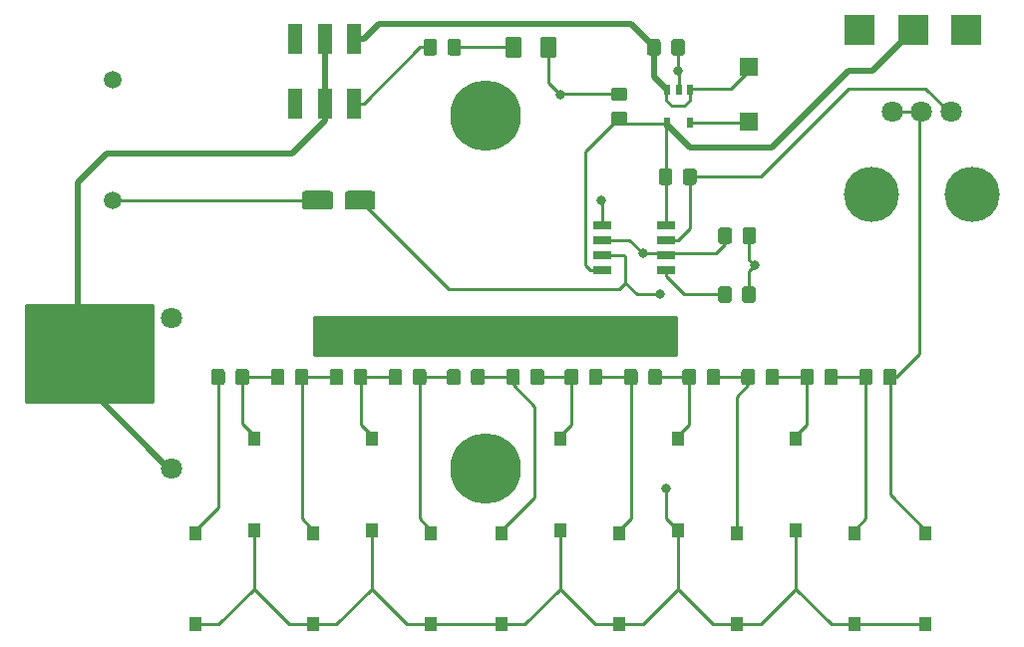
<source format=gtl>
G04 #@! TF.GenerationSoftware,KiCad,Pcbnew,(5.1.5)-3*
G04 #@! TF.CreationDate,2020-02-03T22:04:10-05:00*
G04 #@! TF.ProjectId,punk,70756e6b-2e6b-4696-9361-645f70636258,rev?*
G04 #@! TF.SameCoordinates,Original*
G04 #@! TF.FileFunction,Copper,L1,Top*
G04 #@! TF.FilePolarity,Positive*
%FSLAX46Y46*%
G04 Gerber Fmt 4.6, Leading zero omitted, Abs format (unit mm)*
G04 Created by KiCad (PCBNEW (5.1.5)-3) date 2020-02-03 22:04:10*
%MOMM*%
%LPD*%
G04 APERTURE LIST*
%ADD10R,2.500000X2.500000*%
%ADD11C,6.000000*%
%ADD12C,1.800000*%
%ADD13R,1.000000X1.250000*%
%ADD14R,1.200000X2.500000*%
%ADD15R,0.600000X0.900000*%
%ADD16R,1.500000X1.500000*%
%ADD17R,1.525000X0.650000*%
%ADD18C,4.686000*%
%ADD19C,1.500000*%
%ADD20C,0.100000*%
%ADD21C,0.800000*%
%ADD22C,0.250000*%
%ADD23C,0.500000*%
%ADD24C,0.254000*%
G04 APERTURE END LIST*
D10*
X160400000Y-73500000D03*
X164950000Y-73500000D03*
X169500000Y-73500000D03*
D11*
X128700000Y-110800000D03*
X128700000Y-80800000D03*
D12*
X102000000Y-110800000D03*
X102000000Y-98000000D03*
D13*
X104000000Y-124000000D03*
X104000000Y-116250000D03*
X114000000Y-124000000D03*
X114000000Y-116250000D03*
X124000000Y-124000000D03*
X124000000Y-116250000D03*
X130000000Y-124000000D03*
X130000000Y-116250000D03*
X140000000Y-124000000D03*
X140000000Y-116250000D03*
X150000000Y-124000000D03*
X150000000Y-116250000D03*
X160000000Y-124000000D03*
X160000000Y-116250000D03*
X166000000Y-124000000D03*
X166000000Y-116250000D03*
X109000000Y-116000000D03*
X109000000Y-108250000D03*
X119000000Y-116000000D03*
X119000000Y-108250000D03*
X135000000Y-116000000D03*
X135000000Y-108250000D03*
X145000000Y-116000000D03*
X145000000Y-108250000D03*
X155000000Y-116000000D03*
X155000000Y-108250000D03*
D14*
X112500000Y-74250000D03*
X115000000Y-74250000D03*
X117500000Y-74250000D03*
X117500000Y-79750000D03*
X115000000Y-79750000D03*
X112500000Y-79750000D03*
D15*
X146000000Y-81400000D03*
X144100000Y-81400000D03*
X144100000Y-78600000D03*
X145050000Y-78600000D03*
X146000000Y-78600000D03*
D16*
X151000000Y-81350000D03*
X151000000Y-76650000D03*
D17*
X144000000Y-90095000D03*
X144000000Y-91365000D03*
X144000000Y-92635000D03*
X144000000Y-93905000D03*
X138576000Y-93905000D03*
X138576000Y-92635000D03*
X138576000Y-91365000D03*
X138576000Y-90095000D03*
D18*
X161400000Y-87500000D03*
X170000000Y-87500000D03*
D12*
X163200000Y-80500000D03*
X165700000Y-80500000D03*
X168200000Y-80500000D03*
D19*
X97000000Y-77800000D03*
X97000000Y-88000000D03*
G04 #@! TA.AperFunction,SMDPad,CuDef*
D20*
G36*
X106299505Y-102301204D02*
G01*
X106323773Y-102304804D01*
X106347572Y-102310765D01*
X106370671Y-102319030D01*
X106392850Y-102329520D01*
X106413893Y-102342132D01*
X106433599Y-102356747D01*
X106451777Y-102373223D01*
X106468253Y-102391401D01*
X106482868Y-102411107D01*
X106495480Y-102432150D01*
X106505970Y-102454329D01*
X106514235Y-102477428D01*
X106520196Y-102501227D01*
X106523796Y-102525495D01*
X106525000Y-102549999D01*
X106525000Y-103450001D01*
X106523796Y-103474505D01*
X106520196Y-103498773D01*
X106514235Y-103522572D01*
X106505970Y-103545671D01*
X106495480Y-103567850D01*
X106482868Y-103588893D01*
X106468253Y-103608599D01*
X106451777Y-103626777D01*
X106433599Y-103643253D01*
X106413893Y-103657868D01*
X106392850Y-103670480D01*
X106370671Y-103680970D01*
X106347572Y-103689235D01*
X106323773Y-103695196D01*
X106299505Y-103698796D01*
X106275001Y-103700000D01*
X105624999Y-103700000D01*
X105600495Y-103698796D01*
X105576227Y-103695196D01*
X105552428Y-103689235D01*
X105529329Y-103680970D01*
X105507150Y-103670480D01*
X105486107Y-103657868D01*
X105466401Y-103643253D01*
X105448223Y-103626777D01*
X105431747Y-103608599D01*
X105417132Y-103588893D01*
X105404520Y-103567850D01*
X105394030Y-103545671D01*
X105385765Y-103522572D01*
X105379804Y-103498773D01*
X105376204Y-103474505D01*
X105375000Y-103450001D01*
X105375000Y-102549999D01*
X105376204Y-102525495D01*
X105379804Y-102501227D01*
X105385765Y-102477428D01*
X105394030Y-102454329D01*
X105404520Y-102432150D01*
X105417132Y-102411107D01*
X105431747Y-102391401D01*
X105448223Y-102373223D01*
X105466401Y-102356747D01*
X105486107Y-102342132D01*
X105507150Y-102329520D01*
X105529329Y-102319030D01*
X105552428Y-102310765D01*
X105576227Y-102304804D01*
X105600495Y-102301204D01*
X105624999Y-102300000D01*
X106275001Y-102300000D01*
X106299505Y-102301204D01*
G37*
G04 #@! TD.AperFunction*
G04 #@! TA.AperFunction,SMDPad,CuDef*
G36*
X108349505Y-102301204D02*
G01*
X108373773Y-102304804D01*
X108397572Y-102310765D01*
X108420671Y-102319030D01*
X108442850Y-102329520D01*
X108463893Y-102342132D01*
X108483599Y-102356747D01*
X108501777Y-102373223D01*
X108518253Y-102391401D01*
X108532868Y-102411107D01*
X108545480Y-102432150D01*
X108555970Y-102454329D01*
X108564235Y-102477428D01*
X108570196Y-102501227D01*
X108573796Y-102525495D01*
X108575000Y-102549999D01*
X108575000Y-103450001D01*
X108573796Y-103474505D01*
X108570196Y-103498773D01*
X108564235Y-103522572D01*
X108555970Y-103545671D01*
X108545480Y-103567850D01*
X108532868Y-103588893D01*
X108518253Y-103608599D01*
X108501777Y-103626777D01*
X108483599Y-103643253D01*
X108463893Y-103657868D01*
X108442850Y-103670480D01*
X108420671Y-103680970D01*
X108397572Y-103689235D01*
X108373773Y-103695196D01*
X108349505Y-103698796D01*
X108325001Y-103700000D01*
X107674999Y-103700000D01*
X107650495Y-103698796D01*
X107626227Y-103695196D01*
X107602428Y-103689235D01*
X107579329Y-103680970D01*
X107557150Y-103670480D01*
X107536107Y-103657868D01*
X107516401Y-103643253D01*
X107498223Y-103626777D01*
X107481747Y-103608599D01*
X107467132Y-103588893D01*
X107454520Y-103567850D01*
X107444030Y-103545671D01*
X107435765Y-103522572D01*
X107429804Y-103498773D01*
X107426204Y-103474505D01*
X107425000Y-103450001D01*
X107425000Y-102549999D01*
X107426204Y-102525495D01*
X107429804Y-102501227D01*
X107435765Y-102477428D01*
X107444030Y-102454329D01*
X107454520Y-102432150D01*
X107467132Y-102411107D01*
X107481747Y-102391401D01*
X107498223Y-102373223D01*
X107516401Y-102356747D01*
X107536107Y-102342132D01*
X107557150Y-102329520D01*
X107579329Y-102319030D01*
X107602428Y-102310765D01*
X107626227Y-102304804D01*
X107650495Y-102301204D01*
X107674999Y-102300000D01*
X108325001Y-102300000D01*
X108349505Y-102301204D01*
G37*
G04 #@! TD.AperFunction*
G04 #@! TA.AperFunction,SMDPad,CuDef*
G36*
X111349505Y-102301204D02*
G01*
X111373773Y-102304804D01*
X111397572Y-102310765D01*
X111420671Y-102319030D01*
X111442850Y-102329520D01*
X111463893Y-102342132D01*
X111483599Y-102356747D01*
X111501777Y-102373223D01*
X111518253Y-102391401D01*
X111532868Y-102411107D01*
X111545480Y-102432150D01*
X111555970Y-102454329D01*
X111564235Y-102477428D01*
X111570196Y-102501227D01*
X111573796Y-102525495D01*
X111575000Y-102549999D01*
X111575000Y-103450001D01*
X111573796Y-103474505D01*
X111570196Y-103498773D01*
X111564235Y-103522572D01*
X111555970Y-103545671D01*
X111545480Y-103567850D01*
X111532868Y-103588893D01*
X111518253Y-103608599D01*
X111501777Y-103626777D01*
X111483599Y-103643253D01*
X111463893Y-103657868D01*
X111442850Y-103670480D01*
X111420671Y-103680970D01*
X111397572Y-103689235D01*
X111373773Y-103695196D01*
X111349505Y-103698796D01*
X111325001Y-103700000D01*
X110674999Y-103700000D01*
X110650495Y-103698796D01*
X110626227Y-103695196D01*
X110602428Y-103689235D01*
X110579329Y-103680970D01*
X110557150Y-103670480D01*
X110536107Y-103657868D01*
X110516401Y-103643253D01*
X110498223Y-103626777D01*
X110481747Y-103608599D01*
X110467132Y-103588893D01*
X110454520Y-103567850D01*
X110444030Y-103545671D01*
X110435765Y-103522572D01*
X110429804Y-103498773D01*
X110426204Y-103474505D01*
X110425000Y-103450001D01*
X110425000Y-102549999D01*
X110426204Y-102525495D01*
X110429804Y-102501227D01*
X110435765Y-102477428D01*
X110444030Y-102454329D01*
X110454520Y-102432150D01*
X110467132Y-102411107D01*
X110481747Y-102391401D01*
X110498223Y-102373223D01*
X110516401Y-102356747D01*
X110536107Y-102342132D01*
X110557150Y-102329520D01*
X110579329Y-102319030D01*
X110602428Y-102310765D01*
X110626227Y-102304804D01*
X110650495Y-102301204D01*
X110674999Y-102300000D01*
X111325001Y-102300000D01*
X111349505Y-102301204D01*
G37*
G04 #@! TD.AperFunction*
G04 #@! TA.AperFunction,SMDPad,CuDef*
G36*
X113399505Y-102301204D02*
G01*
X113423773Y-102304804D01*
X113447572Y-102310765D01*
X113470671Y-102319030D01*
X113492850Y-102329520D01*
X113513893Y-102342132D01*
X113533599Y-102356747D01*
X113551777Y-102373223D01*
X113568253Y-102391401D01*
X113582868Y-102411107D01*
X113595480Y-102432150D01*
X113605970Y-102454329D01*
X113614235Y-102477428D01*
X113620196Y-102501227D01*
X113623796Y-102525495D01*
X113625000Y-102549999D01*
X113625000Y-103450001D01*
X113623796Y-103474505D01*
X113620196Y-103498773D01*
X113614235Y-103522572D01*
X113605970Y-103545671D01*
X113595480Y-103567850D01*
X113582868Y-103588893D01*
X113568253Y-103608599D01*
X113551777Y-103626777D01*
X113533599Y-103643253D01*
X113513893Y-103657868D01*
X113492850Y-103670480D01*
X113470671Y-103680970D01*
X113447572Y-103689235D01*
X113423773Y-103695196D01*
X113399505Y-103698796D01*
X113375001Y-103700000D01*
X112724999Y-103700000D01*
X112700495Y-103698796D01*
X112676227Y-103695196D01*
X112652428Y-103689235D01*
X112629329Y-103680970D01*
X112607150Y-103670480D01*
X112586107Y-103657868D01*
X112566401Y-103643253D01*
X112548223Y-103626777D01*
X112531747Y-103608599D01*
X112517132Y-103588893D01*
X112504520Y-103567850D01*
X112494030Y-103545671D01*
X112485765Y-103522572D01*
X112479804Y-103498773D01*
X112476204Y-103474505D01*
X112475000Y-103450001D01*
X112475000Y-102549999D01*
X112476204Y-102525495D01*
X112479804Y-102501227D01*
X112485765Y-102477428D01*
X112494030Y-102454329D01*
X112504520Y-102432150D01*
X112517132Y-102411107D01*
X112531747Y-102391401D01*
X112548223Y-102373223D01*
X112566401Y-102356747D01*
X112586107Y-102342132D01*
X112607150Y-102329520D01*
X112629329Y-102319030D01*
X112652428Y-102310765D01*
X112676227Y-102304804D01*
X112700495Y-102301204D01*
X112724999Y-102300000D01*
X113375001Y-102300000D01*
X113399505Y-102301204D01*
G37*
G04 #@! TD.AperFunction*
G04 #@! TA.AperFunction,SMDPad,CuDef*
G36*
X116349505Y-102301204D02*
G01*
X116373773Y-102304804D01*
X116397572Y-102310765D01*
X116420671Y-102319030D01*
X116442850Y-102329520D01*
X116463893Y-102342132D01*
X116483599Y-102356747D01*
X116501777Y-102373223D01*
X116518253Y-102391401D01*
X116532868Y-102411107D01*
X116545480Y-102432150D01*
X116555970Y-102454329D01*
X116564235Y-102477428D01*
X116570196Y-102501227D01*
X116573796Y-102525495D01*
X116575000Y-102549999D01*
X116575000Y-103450001D01*
X116573796Y-103474505D01*
X116570196Y-103498773D01*
X116564235Y-103522572D01*
X116555970Y-103545671D01*
X116545480Y-103567850D01*
X116532868Y-103588893D01*
X116518253Y-103608599D01*
X116501777Y-103626777D01*
X116483599Y-103643253D01*
X116463893Y-103657868D01*
X116442850Y-103670480D01*
X116420671Y-103680970D01*
X116397572Y-103689235D01*
X116373773Y-103695196D01*
X116349505Y-103698796D01*
X116325001Y-103700000D01*
X115674999Y-103700000D01*
X115650495Y-103698796D01*
X115626227Y-103695196D01*
X115602428Y-103689235D01*
X115579329Y-103680970D01*
X115557150Y-103670480D01*
X115536107Y-103657868D01*
X115516401Y-103643253D01*
X115498223Y-103626777D01*
X115481747Y-103608599D01*
X115467132Y-103588893D01*
X115454520Y-103567850D01*
X115444030Y-103545671D01*
X115435765Y-103522572D01*
X115429804Y-103498773D01*
X115426204Y-103474505D01*
X115425000Y-103450001D01*
X115425000Y-102549999D01*
X115426204Y-102525495D01*
X115429804Y-102501227D01*
X115435765Y-102477428D01*
X115444030Y-102454329D01*
X115454520Y-102432150D01*
X115467132Y-102411107D01*
X115481747Y-102391401D01*
X115498223Y-102373223D01*
X115516401Y-102356747D01*
X115536107Y-102342132D01*
X115557150Y-102329520D01*
X115579329Y-102319030D01*
X115602428Y-102310765D01*
X115626227Y-102304804D01*
X115650495Y-102301204D01*
X115674999Y-102300000D01*
X116325001Y-102300000D01*
X116349505Y-102301204D01*
G37*
G04 #@! TD.AperFunction*
G04 #@! TA.AperFunction,SMDPad,CuDef*
G36*
X118399505Y-102301204D02*
G01*
X118423773Y-102304804D01*
X118447572Y-102310765D01*
X118470671Y-102319030D01*
X118492850Y-102329520D01*
X118513893Y-102342132D01*
X118533599Y-102356747D01*
X118551777Y-102373223D01*
X118568253Y-102391401D01*
X118582868Y-102411107D01*
X118595480Y-102432150D01*
X118605970Y-102454329D01*
X118614235Y-102477428D01*
X118620196Y-102501227D01*
X118623796Y-102525495D01*
X118625000Y-102549999D01*
X118625000Y-103450001D01*
X118623796Y-103474505D01*
X118620196Y-103498773D01*
X118614235Y-103522572D01*
X118605970Y-103545671D01*
X118595480Y-103567850D01*
X118582868Y-103588893D01*
X118568253Y-103608599D01*
X118551777Y-103626777D01*
X118533599Y-103643253D01*
X118513893Y-103657868D01*
X118492850Y-103670480D01*
X118470671Y-103680970D01*
X118447572Y-103689235D01*
X118423773Y-103695196D01*
X118399505Y-103698796D01*
X118375001Y-103700000D01*
X117724999Y-103700000D01*
X117700495Y-103698796D01*
X117676227Y-103695196D01*
X117652428Y-103689235D01*
X117629329Y-103680970D01*
X117607150Y-103670480D01*
X117586107Y-103657868D01*
X117566401Y-103643253D01*
X117548223Y-103626777D01*
X117531747Y-103608599D01*
X117517132Y-103588893D01*
X117504520Y-103567850D01*
X117494030Y-103545671D01*
X117485765Y-103522572D01*
X117479804Y-103498773D01*
X117476204Y-103474505D01*
X117475000Y-103450001D01*
X117475000Y-102549999D01*
X117476204Y-102525495D01*
X117479804Y-102501227D01*
X117485765Y-102477428D01*
X117494030Y-102454329D01*
X117504520Y-102432150D01*
X117517132Y-102411107D01*
X117531747Y-102391401D01*
X117548223Y-102373223D01*
X117566401Y-102356747D01*
X117586107Y-102342132D01*
X117607150Y-102329520D01*
X117629329Y-102319030D01*
X117652428Y-102310765D01*
X117676227Y-102304804D01*
X117700495Y-102301204D01*
X117724999Y-102300000D01*
X118375001Y-102300000D01*
X118399505Y-102301204D01*
G37*
G04 #@! TD.AperFunction*
G04 #@! TA.AperFunction,SMDPad,CuDef*
G36*
X121349505Y-102301204D02*
G01*
X121373773Y-102304804D01*
X121397572Y-102310765D01*
X121420671Y-102319030D01*
X121442850Y-102329520D01*
X121463893Y-102342132D01*
X121483599Y-102356747D01*
X121501777Y-102373223D01*
X121518253Y-102391401D01*
X121532868Y-102411107D01*
X121545480Y-102432150D01*
X121555970Y-102454329D01*
X121564235Y-102477428D01*
X121570196Y-102501227D01*
X121573796Y-102525495D01*
X121575000Y-102549999D01*
X121575000Y-103450001D01*
X121573796Y-103474505D01*
X121570196Y-103498773D01*
X121564235Y-103522572D01*
X121555970Y-103545671D01*
X121545480Y-103567850D01*
X121532868Y-103588893D01*
X121518253Y-103608599D01*
X121501777Y-103626777D01*
X121483599Y-103643253D01*
X121463893Y-103657868D01*
X121442850Y-103670480D01*
X121420671Y-103680970D01*
X121397572Y-103689235D01*
X121373773Y-103695196D01*
X121349505Y-103698796D01*
X121325001Y-103700000D01*
X120674999Y-103700000D01*
X120650495Y-103698796D01*
X120626227Y-103695196D01*
X120602428Y-103689235D01*
X120579329Y-103680970D01*
X120557150Y-103670480D01*
X120536107Y-103657868D01*
X120516401Y-103643253D01*
X120498223Y-103626777D01*
X120481747Y-103608599D01*
X120467132Y-103588893D01*
X120454520Y-103567850D01*
X120444030Y-103545671D01*
X120435765Y-103522572D01*
X120429804Y-103498773D01*
X120426204Y-103474505D01*
X120425000Y-103450001D01*
X120425000Y-102549999D01*
X120426204Y-102525495D01*
X120429804Y-102501227D01*
X120435765Y-102477428D01*
X120444030Y-102454329D01*
X120454520Y-102432150D01*
X120467132Y-102411107D01*
X120481747Y-102391401D01*
X120498223Y-102373223D01*
X120516401Y-102356747D01*
X120536107Y-102342132D01*
X120557150Y-102329520D01*
X120579329Y-102319030D01*
X120602428Y-102310765D01*
X120626227Y-102304804D01*
X120650495Y-102301204D01*
X120674999Y-102300000D01*
X121325001Y-102300000D01*
X121349505Y-102301204D01*
G37*
G04 #@! TD.AperFunction*
G04 #@! TA.AperFunction,SMDPad,CuDef*
G36*
X123399505Y-102301204D02*
G01*
X123423773Y-102304804D01*
X123447572Y-102310765D01*
X123470671Y-102319030D01*
X123492850Y-102329520D01*
X123513893Y-102342132D01*
X123533599Y-102356747D01*
X123551777Y-102373223D01*
X123568253Y-102391401D01*
X123582868Y-102411107D01*
X123595480Y-102432150D01*
X123605970Y-102454329D01*
X123614235Y-102477428D01*
X123620196Y-102501227D01*
X123623796Y-102525495D01*
X123625000Y-102549999D01*
X123625000Y-103450001D01*
X123623796Y-103474505D01*
X123620196Y-103498773D01*
X123614235Y-103522572D01*
X123605970Y-103545671D01*
X123595480Y-103567850D01*
X123582868Y-103588893D01*
X123568253Y-103608599D01*
X123551777Y-103626777D01*
X123533599Y-103643253D01*
X123513893Y-103657868D01*
X123492850Y-103670480D01*
X123470671Y-103680970D01*
X123447572Y-103689235D01*
X123423773Y-103695196D01*
X123399505Y-103698796D01*
X123375001Y-103700000D01*
X122724999Y-103700000D01*
X122700495Y-103698796D01*
X122676227Y-103695196D01*
X122652428Y-103689235D01*
X122629329Y-103680970D01*
X122607150Y-103670480D01*
X122586107Y-103657868D01*
X122566401Y-103643253D01*
X122548223Y-103626777D01*
X122531747Y-103608599D01*
X122517132Y-103588893D01*
X122504520Y-103567850D01*
X122494030Y-103545671D01*
X122485765Y-103522572D01*
X122479804Y-103498773D01*
X122476204Y-103474505D01*
X122475000Y-103450001D01*
X122475000Y-102549999D01*
X122476204Y-102525495D01*
X122479804Y-102501227D01*
X122485765Y-102477428D01*
X122494030Y-102454329D01*
X122504520Y-102432150D01*
X122517132Y-102411107D01*
X122531747Y-102391401D01*
X122548223Y-102373223D01*
X122566401Y-102356747D01*
X122586107Y-102342132D01*
X122607150Y-102329520D01*
X122629329Y-102319030D01*
X122652428Y-102310765D01*
X122676227Y-102304804D01*
X122700495Y-102301204D01*
X122724999Y-102300000D01*
X123375001Y-102300000D01*
X123399505Y-102301204D01*
G37*
G04 #@! TD.AperFunction*
G04 #@! TA.AperFunction,SMDPad,CuDef*
G36*
X126299505Y-102301204D02*
G01*
X126323773Y-102304804D01*
X126347572Y-102310765D01*
X126370671Y-102319030D01*
X126392850Y-102329520D01*
X126413893Y-102342132D01*
X126433599Y-102356747D01*
X126451777Y-102373223D01*
X126468253Y-102391401D01*
X126482868Y-102411107D01*
X126495480Y-102432150D01*
X126505970Y-102454329D01*
X126514235Y-102477428D01*
X126520196Y-102501227D01*
X126523796Y-102525495D01*
X126525000Y-102549999D01*
X126525000Y-103450001D01*
X126523796Y-103474505D01*
X126520196Y-103498773D01*
X126514235Y-103522572D01*
X126505970Y-103545671D01*
X126495480Y-103567850D01*
X126482868Y-103588893D01*
X126468253Y-103608599D01*
X126451777Y-103626777D01*
X126433599Y-103643253D01*
X126413893Y-103657868D01*
X126392850Y-103670480D01*
X126370671Y-103680970D01*
X126347572Y-103689235D01*
X126323773Y-103695196D01*
X126299505Y-103698796D01*
X126275001Y-103700000D01*
X125624999Y-103700000D01*
X125600495Y-103698796D01*
X125576227Y-103695196D01*
X125552428Y-103689235D01*
X125529329Y-103680970D01*
X125507150Y-103670480D01*
X125486107Y-103657868D01*
X125466401Y-103643253D01*
X125448223Y-103626777D01*
X125431747Y-103608599D01*
X125417132Y-103588893D01*
X125404520Y-103567850D01*
X125394030Y-103545671D01*
X125385765Y-103522572D01*
X125379804Y-103498773D01*
X125376204Y-103474505D01*
X125375000Y-103450001D01*
X125375000Y-102549999D01*
X125376204Y-102525495D01*
X125379804Y-102501227D01*
X125385765Y-102477428D01*
X125394030Y-102454329D01*
X125404520Y-102432150D01*
X125417132Y-102411107D01*
X125431747Y-102391401D01*
X125448223Y-102373223D01*
X125466401Y-102356747D01*
X125486107Y-102342132D01*
X125507150Y-102329520D01*
X125529329Y-102319030D01*
X125552428Y-102310765D01*
X125576227Y-102304804D01*
X125600495Y-102301204D01*
X125624999Y-102300000D01*
X126275001Y-102300000D01*
X126299505Y-102301204D01*
G37*
G04 #@! TD.AperFunction*
G04 #@! TA.AperFunction,SMDPad,CuDef*
G36*
X128349505Y-102301204D02*
G01*
X128373773Y-102304804D01*
X128397572Y-102310765D01*
X128420671Y-102319030D01*
X128442850Y-102329520D01*
X128463893Y-102342132D01*
X128483599Y-102356747D01*
X128501777Y-102373223D01*
X128518253Y-102391401D01*
X128532868Y-102411107D01*
X128545480Y-102432150D01*
X128555970Y-102454329D01*
X128564235Y-102477428D01*
X128570196Y-102501227D01*
X128573796Y-102525495D01*
X128575000Y-102549999D01*
X128575000Y-103450001D01*
X128573796Y-103474505D01*
X128570196Y-103498773D01*
X128564235Y-103522572D01*
X128555970Y-103545671D01*
X128545480Y-103567850D01*
X128532868Y-103588893D01*
X128518253Y-103608599D01*
X128501777Y-103626777D01*
X128483599Y-103643253D01*
X128463893Y-103657868D01*
X128442850Y-103670480D01*
X128420671Y-103680970D01*
X128397572Y-103689235D01*
X128373773Y-103695196D01*
X128349505Y-103698796D01*
X128325001Y-103700000D01*
X127674999Y-103700000D01*
X127650495Y-103698796D01*
X127626227Y-103695196D01*
X127602428Y-103689235D01*
X127579329Y-103680970D01*
X127557150Y-103670480D01*
X127536107Y-103657868D01*
X127516401Y-103643253D01*
X127498223Y-103626777D01*
X127481747Y-103608599D01*
X127467132Y-103588893D01*
X127454520Y-103567850D01*
X127444030Y-103545671D01*
X127435765Y-103522572D01*
X127429804Y-103498773D01*
X127426204Y-103474505D01*
X127425000Y-103450001D01*
X127425000Y-102549999D01*
X127426204Y-102525495D01*
X127429804Y-102501227D01*
X127435765Y-102477428D01*
X127444030Y-102454329D01*
X127454520Y-102432150D01*
X127467132Y-102411107D01*
X127481747Y-102391401D01*
X127498223Y-102373223D01*
X127516401Y-102356747D01*
X127536107Y-102342132D01*
X127557150Y-102329520D01*
X127579329Y-102319030D01*
X127602428Y-102310765D01*
X127626227Y-102304804D01*
X127650495Y-102301204D01*
X127674999Y-102300000D01*
X128325001Y-102300000D01*
X128349505Y-102301204D01*
G37*
G04 #@! TD.AperFunction*
G04 #@! TA.AperFunction,SMDPad,CuDef*
G36*
X131349505Y-102301204D02*
G01*
X131373773Y-102304804D01*
X131397572Y-102310765D01*
X131420671Y-102319030D01*
X131442850Y-102329520D01*
X131463893Y-102342132D01*
X131483599Y-102356747D01*
X131501777Y-102373223D01*
X131518253Y-102391401D01*
X131532868Y-102411107D01*
X131545480Y-102432150D01*
X131555970Y-102454329D01*
X131564235Y-102477428D01*
X131570196Y-102501227D01*
X131573796Y-102525495D01*
X131575000Y-102549999D01*
X131575000Y-103450001D01*
X131573796Y-103474505D01*
X131570196Y-103498773D01*
X131564235Y-103522572D01*
X131555970Y-103545671D01*
X131545480Y-103567850D01*
X131532868Y-103588893D01*
X131518253Y-103608599D01*
X131501777Y-103626777D01*
X131483599Y-103643253D01*
X131463893Y-103657868D01*
X131442850Y-103670480D01*
X131420671Y-103680970D01*
X131397572Y-103689235D01*
X131373773Y-103695196D01*
X131349505Y-103698796D01*
X131325001Y-103700000D01*
X130674999Y-103700000D01*
X130650495Y-103698796D01*
X130626227Y-103695196D01*
X130602428Y-103689235D01*
X130579329Y-103680970D01*
X130557150Y-103670480D01*
X130536107Y-103657868D01*
X130516401Y-103643253D01*
X130498223Y-103626777D01*
X130481747Y-103608599D01*
X130467132Y-103588893D01*
X130454520Y-103567850D01*
X130444030Y-103545671D01*
X130435765Y-103522572D01*
X130429804Y-103498773D01*
X130426204Y-103474505D01*
X130425000Y-103450001D01*
X130425000Y-102549999D01*
X130426204Y-102525495D01*
X130429804Y-102501227D01*
X130435765Y-102477428D01*
X130444030Y-102454329D01*
X130454520Y-102432150D01*
X130467132Y-102411107D01*
X130481747Y-102391401D01*
X130498223Y-102373223D01*
X130516401Y-102356747D01*
X130536107Y-102342132D01*
X130557150Y-102329520D01*
X130579329Y-102319030D01*
X130602428Y-102310765D01*
X130626227Y-102304804D01*
X130650495Y-102301204D01*
X130674999Y-102300000D01*
X131325001Y-102300000D01*
X131349505Y-102301204D01*
G37*
G04 #@! TD.AperFunction*
G04 #@! TA.AperFunction,SMDPad,CuDef*
G36*
X133399505Y-102301204D02*
G01*
X133423773Y-102304804D01*
X133447572Y-102310765D01*
X133470671Y-102319030D01*
X133492850Y-102329520D01*
X133513893Y-102342132D01*
X133533599Y-102356747D01*
X133551777Y-102373223D01*
X133568253Y-102391401D01*
X133582868Y-102411107D01*
X133595480Y-102432150D01*
X133605970Y-102454329D01*
X133614235Y-102477428D01*
X133620196Y-102501227D01*
X133623796Y-102525495D01*
X133625000Y-102549999D01*
X133625000Y-103450001D01*
X133623796Y-103474505D01*
X133620196Y-103498773D01*
X133614235Y-103522572D01*
X133605970Y-103545671D01*
X133595480Y-103567850D01*
X133582868Y-103588893D01*
X133568253Y-103608599D01*
X133551777Y-103626777D01*
X133533599Y-103643253D01*
X133513893Y-103657868D01*
X133492850Y-103670480D01*
X133470671Y-103680970D01*
X133447572Y-103689235D01*
X133423773Y-103695196D01*
X133399505Y-103698796D01*
X133375001Y-103700000D01*
X132724999Y-103700000D01*
X132700495Y-103698796D01*
X132676227Y-103695196D01*
X132652428Y-103689235D01*
X132629329Y-103680970D01*
X132607150Y-103670480D01*
X132586107Y-103657868D01*
X132566401Y-103643253D01*
X132548223Y-103626777D01*
X132531747Y-103608599D01*
X132517132Y-103588893D01*
X132504520Y-103567850D01*
X132494030Y-103545671D01*
X132485765Y-103522572D01*
X132479804Y-103498773D01*
X132476204Y-103474505D01*
X132475000Y-103450001D01*
X132475000Y-102549999D01*
X132476204Y-102525495D01*
X132479804Y-102501227D01*
X132485765Y-102477428D01*
X132494030Y-102454329D01*
X132504520Y-102432150D01*
X132517132Y-102411107D01*
X132531747Y-102391401D01*
X132548223Y-102373223D01*
X132566401Y-102356747D01*
X132586107Y-102342132D01*
X132607150Y-102329520D01*
X132629329Y-102319030D01*
X132652428Y-102310765D01*
X132676227Y-102304804D01*
X132700495Y-102301204D01*
X132724999Y-102300000D01*
X133375001Y-102300000D01*
X133399505Y-102301204D01*
G37*
G04 #@! TD.AperFunction*
G04 #@! TA.AperFunction,SMDPad,CuDef*
G36*
X136299505Y-102301204D02*
G01*
X136323773Y-102304804D01*
X136347572Y-102310765D01*
X136370671Y-102319030D01*
X136392850Y-102329520D01*
X136413893Y-102342132D01*
X136433599Y-102356747D01*
X136451777Y-102373223D01*
X136468253Y-102391401D01*
X136482868Y-102411107D01*
X136495480Y-102432150D01*
X136505970Y-102454329D01*
X136514235Y-102477428D01*
X136520196Y-102501227D01*
X136523796Y-102525495D01*
X136525000Y-102549999D01*
X136525000Y-103450001D01*
X136523796Y-103474505D01*
X136520196Y-103498773D01*
X136514235Y-103522572D01*
X136505970Y-103545671D01*
X136495480Y-103567850D01*
X136482868Y-103588893D01*
X136468253Y-103608599D01*
X136451777Y-103626777D01*
X136433599Y-103643253D01*
X136413893Y-103657868D01*
X136392850Y-103670480D01*
X136370671Y-103680970D01*
X136347572Y-103689235D01*
X136323773Y-103695196D01*
X136299505Y-103698796D01*
X136275001Y-103700000D01*
X135624999Y-103700000D01*
X135600495Y-103698796D01*
X135576227Y-103695196D01*
X135552428Y-103689235D01*
X135529329Y-103680970D01*
X135507150Y-103670480D01*
X135486107Y-103657868D01*
X135466401Y-103643253D01*
X135448223Y-103626777D01*
X135431747Y-103608599D01*
X135417132Y-103588893D01*
X135404520Y-103567850D01*
X135394030Y-103545671D01*
X135385765Y-103522572D01*
X135379804Y-103498773D01*
X135376204Y-103474505D01*
X135375000Y-103450001D01*
X135375000Y-102549999D01*
X135376204Y-102525495D01*
X135379804Y-102501227D01*
X135385765Y-102477428D01*
X135394030Y-102454329D01*
X135404520Y-102432150D01*
X135417132Y-102411107D01*
X135431747Y-102391401D01*
X135448223Y-102373223D01*
X135466401Y-102356747D01*
X135486107Y-102342132D01*
X135507150Y-102329520D01*
X135529329Y-102319030D01*
X135552428Y-102310765D01*
X135576227Y-102304804D01*
X135600495Y-102301204D01*
X135624999Y-102300000D01*
X136275001Y-102300000D01*
X136299505Y-102301204D01*
G37*
G04 #@! TD.AperFunction*
G04 #@! TA.AperFunction,SMDPad,CuDef*
G36*
X138349505Y-102301204D02*
G01*
X138373773Y-102304804D01*
X138397572Y-102310765D01*
X138420671Y-102319030D01*
X138442850Y-102329520D01*
X138463893Y-102342132D01*
X138483599Y-102356747D01*
X138501777Y-102373223D01*
X138518253Y-102391401D01*
X138532868Y-102411107D01*
X138545480Y-102432150D01*
X138555970Y-102454329D01*
X138564235Y-102477428D01*
X138570196Y-102501227D01*
X138573796Y-102525495D01*
X138575000Y-102549999D01*
X138575000Y-103450001D01*
X138573796Y-103474505D01*
X138570196Y-103498773D01*
X138564235Y-103522572D01*
X138555970Y-103545671D01*
X138545480Y-103567850D01*
X138532868Y-103588893D01*
X138518253Y-103608599D01*
X138501777Y-103626777D01*
X138483599Y-103643253D01*
X138463893Y-103657868D01*
X138442850Y-103670480D01*
X138420671Y-103680970D01*
X138397572Y-103689235D01*
X138373773Y-103695196D01*
X138349505Y-103698796D01*
X138325001Y-103700000D01*
X137674999Y-103700000D01*
X137650495Y-103698796D01*
X137626227Y-103695196D01*
X137602428Y-103689235D01*
X137579329Y-103680970D01*
X137557150Y-103670480D01*
X137536107Y-103657868D01*
X137516401Y-103643253D01*
X137498223Y-103626777D01*
X137481747Y-103608599D01*
X137467132Y-103588893D01*
X137454520Y-103567850D01*
X137444030Y-103545671D01*
X137435765Y-103522572D01*
X137429804Y-103498773D01*
X137426204Y-103474505D01*
X137425000Y-103450001D01*
X137425000Y-102549999D01*
X137426204Y-102525495D01*
X137429804Y-102501227D01*
X137435765Y-102477428D01*
X137444030Y-102454329D01*
X137454520Y-102432150D01*
X137467132Y-102411107D01*
X137481747Y-102391401D01*
X137498223Y-102373223D01*
X137516401Y-102356747D01*
X137536107Y-102342132D01*
X137557150Y-102329520D01*
X137579329Y-102319030D01*
X137602428Y-102310765D01*
X137626227Y-102304804D01*
X137650495Y-102301204D01*
X137674999Y-102300000D01*
X138325001Y-102300000D01*
X138349505Y-102301204D01*
G37*
G04 #@! TD.AperFunction*
G04 #@! TA.AperFunction,SMDPad,CuDef*
G36*
X141349505Y-102301204D02*
G01*
X141373773Y-102304804D01*
X141397572Y-102310765D01*
X141420671Y-102319030D01*
X141442850Y-102329520D01*
X141463893Y-102342132D01*
X141483599Y-102356747D01*
X141501777Y-102373223D01*
X141518253Y-102391401D01*
X141532868Y-102411107D01*
X141545480Y-102432150D01*
X141555970Y-102454329D01*
X141564235Y-102477428D01*
X141570196Y-102501227D01*
X141573796Y-102525495D01*
X141575000Y-102549999D01*
X141575000Y-103450001D01*
X141573796Y-103474505D01*
X141570196Y-103498773D01*
X141564235Y-103522572D01*
X141555970Y-103545671D01*
X141545480Y-103567850D01*
X141532868Y-103588893D01*
X141518253Y-103608599D01*
X141501777Y-103626777D01*
X141483599Y-103643253D01*
X141463893Y-103657868D01*
X141442850Y-103670480D01*
X141420671Y-103680970D01*
X141397572Y-103689235D01*
X141373773Y-103695196D01*
X141349505Y-103698796D01*
X141325001Y-103700000D01*
X140674999Y-103700000D01*
X140650495Y-103698796D01*
X140626227Y-103695196D01*
X140602428Y-103689235D01*
X140579329Y-103680970D01*
X140557150Y-103670480D01*
X140536107Y-103657868D01*
X140516401Y-103643253D01*
X140498223Y-103626777D01*
X140481747Y-103608599D01*
X140467132Y-103588893D01*
X140454520Y-103567850D01*
X140444030Y-103545671D01*
X140435765Y-103522572D01*
X140429804Y-103498773D01*
X140426204Y-103474505D01*
X140425000Y-103450001D01*
X140425000Y-102549999D01*
X140426204Y-102525495D01*
X140429804Y-102501227D01*
X140435765Y-102477428D01*
X140444030Y-102454329D01*
X140454520Y-102432150D01*
X140467132Y-102411107D01*
X140481747Y-102391401D01*
X140498223Y-102373223D01*
X140516401Y-102356747D01*
X140536107Y-102342132D01*
X140557150Y-102329520D01*
X140579329Y-102319030D01*
X140602428Y-102310765D01*
X140626227Y-102304804D01*
X140650495Y-102301204D01*
X140674999Y-102300000D01*
X141325001Y-102300000D01*
X141349505Y-102301204D01*
G37*
G04 #@! TD.AperFunction*
G04 #@! TA.AperFunction,SMDPad,CuDef*
G36*
X143399505Y-102301204D02*
G01*
X143423773Y-102304804D01*
X143447572Y-102310765D01*
X143470671Y-102319030D01*
X143492850Y-102329520D01*
X143513893Y-102342132D01*
X143533599Y-102356747D01*
X143551777Y-102373223D01*
X143568253Y-102391401D01*
X143582868Y-102411107D01*
X143595480Y-102432150D01*
X143605970Y-102454329D01*
X143614235Y-102477428D01*
X143620196Y-102501227D01*
X143623796Y-102525495D01*
X143625000Y-102549999D01*
X143625000Y-103450001D01*
X143623796Y-103474505D01*
X143620196Y-103498773D01*
X143614235Y-103522572D01*
X143605970Y-103545671D01*
X143595480Y-103567850D01*
X143582868Y-103588893D01*
X143568253Y-103608599D01*
X143551777Y-103626777D01*
X143533599Y-103643253D01*
X143513893Y-103657868D01*
X143492850Y-103670480D01*
X143470671Y-103680970D01*
X143447572Y-103689235D01*
X143423773Y-103695196D01*
X143399505Y-103698796D01*
X143375001Y-103700000D01*
X142724999Y-103700000D01*
X142700495Y-103698796D01*
X142676227Y-103695196D01*
X142652428Y-103689235D01*
X142629329Y-103680970D01*
X142607150Y-103670480D01*
X142586107Y-103657868D01*
X142566401Y-103643253D01*
X142548223Y-103626777D01*
X142531747Y-103608599D01*
X142517132Y-103588893D01*
X142504520Y-103567850D01*
X142494030Y-103545671D01*
X142485765Y-103522572D01*
X142479804Y-103498773D01*
X142476204Y-103474505D01*
X142475000Y-103450001D01*
X142475000Y-102549999D01*
X142476204Y-102525495D01*
X142479804Y-102501227D01*
X142485765Y-102477428D01*
X142494030Y-102454329D01*
X142504520Y-102432150D01*
X142517132Y-102411107D01*
X142531747Y-102391401D01*
X142548223Y-102373223D01*
X142566401Y-102356747D01*
X142586107Y-102342132D01*
X142607150Y-102329520D01*
X142629329Y-102319030D01*
X142652428Y-102310765D01*
X142676227Y-102304804D01*
X142700495Y-102301204D01*
X142724999Y-102300000D01*
X143375001Y-102300000D01*
X143399505Y-102301204D01*
G37*
G04 #@! TD.AperFunction*
G04 #@! TA.AperFunction,SMDPad,CuDef*
G36*
X146299505Y-102301204D02*
G01*
X146323773Y-102304804D01*
X146347572Y-102310765D01*
X146370671Y-102319030D01*
X146392850Y-102329520D01*
X146413893Y-102342132D01*
X146433599Y-102356747D01*
X146451777Y-102373223D01*
X146468253Y-102391401D01*
X146482868Y-102411107D01*
X146495480Y-102432150D01*
X146505970Y-102454329D01*
X146514235Y-102477428D01*
X146520196Y-102501227D01*
X146523796Y-102525495D01*
X146525000Y-102549999D01*
X146525000Y-103450001D01*
X146523796Y-103474505D01*
X146520196Y-103498773D01*
X146514235Y-103522572D01*
X146505970Y-103545671D01*
X146495480Y-103567850D01*
X146482868Y-103588893D01*
X146468253Y-103608599D01*
X146451777Y-103626777D01*
X146433599Y-103643253D01*
X146413893Y-103657868D01*
X146392850Y-103670480D01*
X146370671Y-103680970D01*
X146347572Y-103689235D01*
X146323773Y-103695196D01*
X146299505Y-103698796D01*
X146275001Y-103700000D01*
X145624999Y-103700000D01*
X145600495Y-103698796D01*
X145576227Y-103695196D01*
X145552428Y-103689235D01*
X145529329Y-103680970D01*
X145507150Y-103670480D01*
X145486107Y-103657868D01*
X145466401Y-103643253D01*
X145448223Y-103626777D01*
X145431747Y-103608599D01*
X145417132Y-103588893D01*
X145404520Y-103567850D01*
X145394030Y-103545671D01*
X145385765Y-103522572D01*
X145379804Y-103498773D01*
X145376204Y-103474505D01*
X145375000Y-103450001D01*
X145375000Y-102549999D01*
X145376204Y-102525495D01*
X145379804Y-102501227D01*
X145385765Y-102477428D01*
X145394030Y-102454329D01*
X145404520Y-102432150D01*
X145417132Y-102411107D01*
X145431747Y-102391401D01*
X145448223Y-102373223D01*
X145466401Y-102356747D01*
X145486107Y-102342132D01*
X145507150Y-102329520D01*
X145529329Y-102319030D01*
X145552428Y-102310765D01*
X145576227Y-102304804D01*
X145600495Y-102301204D01*
X145624999Y-102300000D01*
X146275001Y-102300000D01*
X146299505Y-102301204D01*
G37*
G04 #@! TD.AperFunction*
G04 #@! TA.AperFunction,SMDPad,CuDef*
G36*
X148349505Y-102301204D02*
G01*
X148373773Y-102304804D01*
X148397572Y-102310765D01*
X148420671Y-102319030D01*
X148442850Y-102329520D01*
X148463893Y-102342132D01*
X148483599Y-102356747D01*
X148501777Y-102373223D01*
X148518253Y-102391401D01*
X148532868Y-102411107D01*
X148545480Y-102432150D01*
X148555970Y-102454329D01*
X148564235Y-102477428D01*
X148570196Y-102501227D01*
X148573796Y-102525495D01*
X148575000Y-102549999D01*
X148575000Y-103450001D01*
X148573796Y-103474505D01*
X148570196Y-103498773D01*
X148564235Y-103522572D01*
X148555970Y-103545671D01*
X148545480Y-103567850D01*
X148532868Y-103588893D01*
X148518253Y-103608599D01*
X148501777Y-103626777D01*
X148483599Y-103643253D01*
X148463893Y-103657868D01*
X148442850Y-103670480D01*
X148420671Y-103680970D01*
X148397572Y-103689235D01*
X148373773Y-103695196D01*
X148349505Y-103698796D01*
X148325001Y-103700000D01*
X147674999Y-103700000D01*
X147650495Y-103698796D01*
X147626227Y-103695196D01*
X147602428Y-103689235D01*
X147579329Y-103680970D01*
X147557150Y-103670480D01*
X147536107Y-103657868D01*
X147516401Y-103643253D01*
X147498223Y-103626777D01*
X147481747Y-103608599D01*
X147467132Y-103588893D01*
X147454520Y-103567850D01*
X147444030Y-103545671D01*
X147435765Y-103522572D01*
X147429804Y-103498773D01*
X147426204Y-103474505D01*
X147425000Y-103450001D01*
X147425000Y-102549999D01*
X147426204Y-102525495D01*
X147429804Y-102501227D01*
X147435765Y-102477428D01*
X147444030Y-102454329D01*
X147454520Y-102432150D01*
X147467132Y-102411107D01*
X147481747Y-102391401D01*
X147498223Y-102373223D01*
X147516401Y-102356747D01*
X147536107Y-102342132D01*
X147557150Y-102329520D01*
X147579329Y-102319030D01*
X147602428Y-102310765D01*
X147626227Y-102304804D01*
X147650495Y-102301204D01*
X147674999Y-102300000D01*
X148325001Y-102300000D01*
X148349505Y-102301204D01*
G37*
G04 #@! TD.AperFunction*
G04 #@! TA.AperFunction,SMDPad,CuDef*
G36*
X151299505Y-102301204D02*
G01*
X151323773Y-102304804D01*
X151347572Y-102310765D01*
X151370671Y-102319030D01*
X151392850Y-102329520D01*
X151413893Y-102342132D01*
X151433599Y-102356747D01*
X151451777Y-102373223D01*
X151468253Y-102391401D01*
X151482868Y-102411107D01*
X151495480Y-102432150D01*
X151505970Y-102454329D01*
X151514235Y-102477428D01*
X151520196Y-102501227D01*
X151523796Y-102525495D01*
X151525000Y-102549999D01*
X151525000Y-103450001D01*
X151523796Y-103474505D01*
X151520196Y-103498773D01*
X151514235Y-103522572D01*
X151505970Y-103545671D01*
X151495480Y-103567850D01*
X151482868Y-103588893D01*
X151468253Y-103608599D01*
X151451777Y-103626777D01*
X151433599Y-103643253D01*
X151413893Y-103657868D01*
X151392850Y-103670480D01*
X151370671Y-103680970D01*
X151347572Y-103689235D01*
X151323773Y-103695196D01*
X151299505Y-103698796D01*
X151275001Y-103700000D01*
X150624999Y-103700000D01*
X150600495Y-103698796D01*
X150576227Y-103695196D01*
X150552428Y-103689235D01*
X150529329Y-103680970D01*
X150507150Y-103670480D01*
X150486107Y-103657868D01*
X150466401Y-103643253D01*
X150448223Y-103626777D01*
X150431747Y-103608599D01*
X150417132Y-103588893D01*
X150404520Y-103567850D01*
X150394030Y-103545671D01*
X150385765Y-103522572D01*
X150379804Y-103498773D01*
X150376204Y-103474505D01*
X150375000Y-103450001D01*
X150375000Y-102549999D01*
X150376204Y-102525495D01*
X150379804Y-102501227D01*
X150385765Y-102477428D01*
X150394030Y-102454329D01*
X150404520Y-102432150D01*
X150417132Y-102411107D01*
X150431747Y-102391401D01*
X150448223Y-102373223D01*
X150466401Y-102356747D01*
X150486107Y-102342132D01*
X150507150Y-102329520D01*
X150529329Y-102319030D01*
X150552428Y-102310765D01*
X150576227Y-102304804D01*
X150600495Y-102301204D01*
X150624999Y-102300000D01*
X151275001Y-102300000D01*
X151299505Y-102301204D01*
G37*
G04 #@! TD.AperFunction*
G04 #@! TA.AperFunction,SMDPad,CuDef*
G36*
X153349505Y-102301204D02*
G01*
X153373773Y-102304804D01*
X153397572Y-102310765D01*
X153420671Y-102319030D01*
X153442850Y-102329520D01*
X153463893Y-102342132D01*
X153483599Y-102356747D01*
X153501777Y-102373223D01*
X153518253Y-102391401D01*
X153532868Y-102411107D01*
X153545480Y-102432150D01*
X153555970Y-102454329D01*
X153564235Y-102477428D01*
X153570196Y-102501227D01*
X153573796Y-102525495D01*
X153575000Y-102549999D01*
X153575000Y-103450001D01*
X153573796Y-103474505D01*
X153570196Y-103498773D01*
X153564235Y-103522572D01*
X153555970Y-103545671D01*
X153545480Y-103567850D01*
X153532868Y-103588893D01*
X153518253Y-103608599D01*
X153501777Y-103626777D01*
X153483599Y-103643253D01*
X153463893Y-103657868D01*
X153442850Y-103670480D01*
X153420671Y-103680970D01*
X153397572Y-103689235D01*
X153373773Y-103695196D01*
X153349505Y-103698796D01*
X153325001Y-103700000D01*
X152674999Y-103700000D01*
X152650495Y-103698796D01*
X152626227Y-103695196D01*
X152602428Y-103689235D01*
X152579329Y-103680970D01*
X152557150Y-103670480D01*
X152536107Y-103657868D01*
X152516401Y-103643253D01*
X152498223Y-103626777D01*
X152481747Y-103608599D01*
X152467132Y-103588893D01*
X152454520Y-103567850D01*
X152444030Y-103545671D01*
X152435765Y-103522572D01*
X152429804Y-103498773D01*
X152426204Y-103474505D01*
X152425000Y-103450001D01*
X152425000Y-102549999D01*
X152426204Y-102525495D01*
X152429804Y-102501227D01*
X152435765Y-102477428D01*
X152444030Y-102454329D01*
X152454520Y-102432150D01*
X152467132Y-102411107D01*
X152481747Y-102391401D01*
X152498223Y-102373223D01*
X152516401Y-102356747D01*
X152536107Y-102342132D01*
X152557150Y-102329520D01*
X152579329Y-102319030D01*
X152602428Y-102310765D01*
X152626227Y-102304804D01*
X152650495Y-102301204D01*
X152674999Y-102300000D01*
X153325001Y-102300000D01*
X153349505Y-102301204D01*
G37*
G04 #@! TD.AperFunction*
G04 #@! TA.AperFunction,SMDPad,CuDef*
G36*
X156299505Y-102301204D02*
G01*
X156323773Y-102304804D01*
X156347572Y-102310765D01*
X156370671Y-102319030D01*
X156392850Y-102329520D01*
X156413893Y-102342132D01*
X156433599Y-102356747D01*
X156451777Y-102373223D01*
X156468253Y-102391401D01*
X156482868Y-102411107D01*
X156495480Y-102432150D01*
X156505970Y-102454329D01*
X156514235Y-102477428D01*
X156520196Y-102501227D01*
X156523796Y-102525495D01*
X156525000Y-102549999D01*
X156525000Y-103450001D01*
X156523796Y-103474505D01*
X156520196Y-103498773D01*
X156514235Y-103522572D01*
X156505970Y-103545671D01*
X156495480Y-103567850D01*
X156482868Y-103588893D01*
X156468253Y-103608599D01*
X156451777Y-103626777D01*
X156433599Y-103643253D01*
X156413893Y-103657868D01*
X156392850Y-103670480D01*
X156370671Y-103680970D01*
X156347572Y-103689235D01*
X156323773Y-103695196D01*
X156299505Y-103698796D01*
X156275001Y-103700000D01*
X155624999Y-103700000D01*
X155600495Y-103698796D01*
X155576227Y-103695196D01*
X155552428Y-103689235D01*
X155529329Y-103680970D01*
X155507150Y-103670480D01*
X155486107Y-103657868D01*
X155466401Y-103643253D01*
X155448223Y-103626777D01*
X155431747Y-103608599D01*
X155417132Y-103588893D01*
X155404520Y-103567850D01*
X155394030Y-103545671D01*
X155385765Y-103522572D01*
X155379804Y-103498773D01*
X155376204Y-103474505D01*
X155375000Y-103450001D01*
X155375000Y-102549999D01*
X155376204Y-102525495D01*
X155379804Y-102501227D01*
X155385765Y-102477428D01*
X155394030Y-102454329D01*
X155404520Y-102432150D01*
X155417132Y-102411107D01*
X155431747Y-102391401D01*
X155448223Y-102373223D01*
X155466401Y-102356747D01*
X155486107Y-102342132D01*
X155507150Y-102329520D01*
X155529329Y-102319030D01*
X155552428Y-102310765D01*
X155576227Y-102304804D01*
X155600495Y-102301204D01*
X155624999Y-102300000D01*
X156275001Y-102300000D01*
X156299505Y-102301204D01*
G37*
G04 #@! TD.AperFunction*
G04 #@! TA.AperFunction,SMDPad,CuDef*
G36*
X158349505Y-102301204D02*
G01*
X158373773Y-102304804D01*
X158397572Y-102310765D01*
X158420671Y-102319030D01*
X158442850Y-102329520D01*
X158463893Y-102342132D01*
X158483599Y-102356747D01*
X158501777Y-102373223D01*
X158518253Y-102391401D01*
X158532868Y-102411107D01*
X158545480Y-102432150D01*
X158555970Y-102454329D01*
X158564235Y-102477428D01*
X158570196Y-102501227D01*
X158573796Y-102525495D01*
X158575000Y-102549999D01*
X158575000Y-103450001D01*
X158573796Y-103474505D01*
X158570196Y-103498773D01*
X158564235Y-103522572D01*
X158555970Y-103545671D01*
X158545480Y-103567850D01*
X158532868Y-103588893D01*
X158518253Y-103608599D01*
X158501777Y-103626777D01*
X158483599Y-103643253D01*
X158463893Y-103657868D01*
X158442850Y-103670480D01*
X158420671Y-103680970D01*
X158397572Y-103689235D01*
X158373773Y-103695196D01*
X158349505Y-103698796D01*
X158325001Y-103700000D01*
X157674999Y-103700000D01*
X157650495Y-103698796D01*
X157626227Y-103695196D01*
X157602428Y-103689235D01*
X157579329Y-103680970D01*
X157557150Y-103670480D01*
X157536107Y-103657868D01*
X157516401Y-103643253D01*
X157498223Y-103626777D01*
X157481747Y-103608599D01*
X157467132Y-103588893D01*
X157454520Y-103567850D01*
X157444030Y-103545671D01*
X157435765Y-103522572D01*
X157429804Y-103498773D01*
X157426204Y-103474505D01*
X157425000Y-103450001D01*
X157425000Y-102549999D01*
X157426204Y-102525495D01*
X157429804Y-102501227D01*
X157435765Y-102477428D01*
X157444030Y-102454329D01*
X157454520Y-102432150D01*
X157467132Y-102411107D01*
X157481747Y-102391401D01*
X157498223Y-102373223D01*
X157516401Y-102356747D01*
X157536107Y-102342132D01*
X157557150Y-102329520D01*
X157579329Y-102319030D01*
X157602428Y-102310765D01*
X157626227Y-102304804D01*
X157650495Y-102301204D01*
X157674999Y-102300000D01*
X158325001Y-102300000D01*
X158349505Y-102301204D01*
G37*
G04 #@! TD.AperFunction*
G04 #@! TA.AperFunction,SMDPad,CuDef*
G36*
X161299505Y-102301204D02*
G01*
X161323773Y-102304804D01*
X161347572Y-102310765D01*
X161370671Y-102319030D01*
X161392850Y-102329520D01*
X161413893Y-102342132D01*
X161433599Y-102356747D01*
X161451777Y-102373223D01*
X161468253Y-102391401D01*
X161482868Y-102411107D01*
X161495480Y-102432150D01*
X161505970Y-102454329D01*
X161514235Y-102477428D01*
X161520196Y-102501227D01*
X161523796Y-102525495D01*
X161525000Y-102549999D01*
X161525000Y-103450001D01*
X161523796Y-103474505D01*
X161520196Y-103498773D01*
X161514235Y-103522572D01*
X161505970Y-103545671D01*
X161495480Y-103567850D01*
X161482868Y-103588893D01*
X161468253Y-103608599D01*
X161451777Y-103626777D01*
X161433599Y-103643253D01*
X161413893Y-103657868D01*
X161392850Y-103670480D01*
X161370671Y-103680970D01*
X161347572Y-103689235D01*
X161323773Y-103695196D01*
X161299505Y-103698796D01*
X161275001Y-103700000D01*
X160624999Y-103700000D01*
X160600495Y-103698796D01*
X160576227Y-103695196D01*
X160552428Y-103689235D01*
X160529329Y-103680970D01*
X160507150Y-103670480D01*
X160486107Y-103657868D01*
X160466401Y-103643253D01*
X160448223Y-103626777D01*
X160431747Y-103608599D01*
X160417132Y-103588893D01*
X160404520Y-103567850D01*
X160394030Y-103545671D01*
X160385765Y-103522572D01*
X160379804Y-103498773D01*
X160376204Y-103474505D01*
X160375000Y-103450001D01*
X160375000Y-102549999D01*
X160376204Y-102525495D01*
X160379804Y-102501227D01*
X160385765Y-102477428D01*
X160394030Y-102454329D01*
X160404520Y-102432150D01*
X160417132Y-102411107D01*
X160431747Y-102391401D01*
X160448223Y-102373223D01*
X160466401Y-102356747D01*
X160486107Y-102342132D01*
X160507150Y-102329520D01*
X160529329Y-102319030D01*
X160552428Y-102310765D01*
X160576227Y-102304804D01*
X160600495Y-102301204D01*
X160624999Y-102300000D01*
X161275001Y-102300000D01*
X161299505Y-102301204D01*
G37*
G04 #@! TD.AperFunction*
G04 #@! TA.AperFunction,SMDPad,CuDef*
G36*
X163349505Y-102301204D02*
G01*
X163373773Y-102304804D01*
X163397572Y-102310765D01*
X163420671Y-102319030D01*
X163442850Y-102329520D01*
X163463893Y-102342132D01*
X163483599Y-102356747D01*
X163501777Y-102373223D01*
X163518253Y-102391401D01*
X163532868Y-102411107D01*
X163545480Y-102432150D01*
X163555970Y-102454329D01*
X163564235Y-102477428D01*
X163570196Y-102501227D01*
X163573796Y-102525495D01*
X163575000Y-102549999D01*
X163575000Y-103450001D01*
X163573796Y-103474505D01*
X163570196Y-103498773D01*
X163564235Y-103522572D01*
X163555970Y-103545671D01*
X163545480Y-103567850D01*
X163532868Y-103588893D01*
X163518253Y-103608599D01*
X163501777Y-103626777D01*
X163483599Y-103643253D01*
X163463893Y-103657868D01*
X163442850Y-103670480D01*
X163420671Y-103680970D01*
X163397572Y-103689235D01*
X163373773Y-103695196D01*
X163349505Y-103698796D01*
X163325001Y-103700000D01*
X162674999Y-103700000D01*
X162650495Y-103698796D01*
X162626227Y-103695196D01*
X162602428Y-103689235D01*
X162579329Y-103680970D01*
X162557150Y-103670480D01*
X162536107Y-103657868D01*
X162516401Y-103643253D01*
X162498223Y-103626777D01*
X162481747Y-103608599D01*
X162467132Y-103588893D01*
X162454520Y-103567850D01*
X162444030Y-103545671D01*
X162435765Y-103522572D01*
X162429804Y-103498773D01*
X162426204Y-103474505D01*
X162425000Y-103450001D01*
X162425000Y-102549999D01*
X162426204Y-102525495D01*
X162429804Y-102501227D01*
X162435765Y-102477428D01*
X162444030Y-102454329D01*
X162454520Y-102432150D01*
X162467132Y-102411107D01*
X162481747Y-102391401D01*
X162498223Y-102373223D01*
X162516401Y-102356747D01*
X162536107Y-102342132D01*
X162557150Y-102329520D01*
X162579329Y-102319030D01*
X162602428Y-102310765D01*
X162626227Y-102304804D01*
X162650495Y-102301204D01*
X162674999Y-102300000D01*
X163325001Y-102300000D01*
X163349505Y-102301204D01*
G37*
G04 #@! TD.AperFunction*
G04 #@! TA.AperFunction,SMDPad,CuDef*
G36*
X146349505Y-85301204D02*
G01*
X146373773Y-85304804D01*
X146397572Y-85310765D01*
X146420671Y-85319030D01*
X146442850Y-85329520D01*
X146463893Y-85342132D01*
X146483599Y-85356747D01*
X146501777Y-85373223D01*
X146518253Y-85391401D01*
X146532868Y-85411107D01*
X146545480Y-85432150D01*
X146555970Y-85454329D01*
X146564235Y-85477428D01*
X146570196Y-85501227D01*
X146573796Y-85525495D01*
X146575000Y-85549999D01*
X146575000Y-86450001D01*
X146573796Y-86474505D01*
X146570196Y-86498773D01*
X146564235Y-86522572D01*
X146555970Y-86545671D01*
X146545480Y-86567850D01*
X146532868Y-86588893D01*
X146518253Y-86608599D01*
X146501777Y-86626777D01*
X146483599Y-86643253D01*
X146463893Y-86657868D01*
X146442850Y-86670480D01*
X146420671Y-86680970D01*
X146397572Y-86689235D01*
X146373773Y-86695196D01*
X146349505Y-86698796D01*
X146325001Y-86700000D01*
X145674999Y-86700000D01*
X145650495Y-86698796D01*
X145626227Y-86695196D01*
X145602428Y-86689235D01*
X145579329Y-86680970D01*
X145557150Y-86670480D01*
X145536107Y-86657868D01*
X145516401Y-86643253D01*
X145498223Y-86626777D01*
X145481747Y-86608599D01*
X145467132Y-86588893D01*
X145454520Y-86567850D01*
X145444030Y-86545671D01*
X145435765Y-86522572D01*
X145429804Y-86498773D01*
X145426204Y-86474505D01*
X145425000Y-86450001D01*
X145425000Y-85549999D01*
X145426204Y-85525495D01*
X145429804Y-85501227D01*
X145435765Y-85477428D01*
X145444030Y-85454329D01*
X145454520Y-85432150D01*
X145467132Y-85411107D01*
X145481747Y-85391401D01*
X145498223Y-85373223D01*
X145516401Y-85356747D01*
X145536107Y-85342132D01*
X145557150Y-85329520D01*
X145579329Y-85319030D01*
X145602428Y-85310765D01*
X145626227Y-85304804D01*
X145650495Y-85301204D01*
X145674999Y-85300000D01*
X146325001Y-85300000D01*
X146349505Y-85301204D01*
G37*
G04 #@! TD.AperFunction*
G04 #@! TA.AperFunction,SMDPad,CuDef*
G36*
X144299505Y-85301204D02*
G01*
X144323773Y-85304804D01*
X144347572Y-85310765D01*
X144370671Y-85319030D01*
X144392850Y-85329520D01*
X144413893Y-85342132D01*
X144433599Y-85356747D01*
X144451777Y-85373223D01*
X144468253Y-85391401D01*
X144482868Y-85411107D01*
X144495480Y-85432150D01*
X144505970Y-85454329D01*
X144514235Y-85477428D01*
X144520196Y-85501227D01*
X144523796Y-85525495D01*
X144525000Y-85549999D01*
X144525000Y-86450001D01*
X144523796Y-86474505D01*
X144520196Y-86498773D01*
X144514235Y-86522572D01*
X144505970Y-86545671D01*
X144495480Y-86567850D01*
X144482868Y-86588893D01*
X144468253Y-86608599D01*
X144451777Y-86626777D01*
X144433599Y-86643253D01*
X144413893Y-86657868D01*
X144392850Y-86670480D01*
X144370671Y-86680970D01*
X144347572Y-86689235D01*
X144323773Y-86695196D01*
X144299505Y-86698796D01*
X144275001Y-86700000D01*
X143624999Y-86700000D01*
X143600495Y-86698796D01*
X143576227Y-86695196D01*
X143552428Y-86689235D01*
X143529329Y-86680970D01*
X143507150Y-86670480D01*
X143486107Y-86657868D01*
X143466401Y-86643253D01*
X143448223Y-86626777D01*
X143431747Y-86608599D01*
X143417132Y-86588893D01*
X143404520Y-86567850D01*
X143394030Y-86545671D01*
X143385765Y-86522572D01*
X143379804Y-86498773D01*
X143376204Y-86474505D01*
X143375000Y-86450001D01*
X143375000Y-85549999D01*
X143376204Y-85525495D01*
X143379804Y-85501227D01*
X143385765Y-85477428D01*
X143394030Y-85454329D01*
X143404520Y-85432150D01*
X143417132Y-85411107D01*
X143431747Y-85391401D01*
X143448223Y-85373223D01*
X143466401Y-85356747D01*
X143486107Y-85342132D01*
X143507150Y-85329520D01*
X143529329Y-85319030D01*
X143552428Y-85310765D01*
X143576227Y-85304804D01*
X143600495Y-85301204D01*
X143624999Y-85300000D01*
X144275001Y-85300000D01*
X144299505Y-85301204D01*
G37*
G04 #@! TD.AperFunction*
G04 #@! TA.AperFunction,SMDPad,CuDef*
G36*
X115474504Y-87201204D02*
G01*
X115498773Y-87204804D01*
X115522571Y-87210765D01*
X115545671Y-87219030D01*
X115567849Y-87229520D01*
X115588893Y-87242133D01*
X115608598Y-87256747D01*
X115626777Y-87273223D01*
X115643253Y-87291402D01*
X115657867Y-87311107D01*
X115670480Y-87332151D01*
X115680970Y-87354329D01*
X115689235Y-87377429D01*
X115695196Y-87401227D01*
X115698796Y-87425496D01*
X115700000Y-87450000D01*
X115700000Y-88550000D01*
X115698796Y-88574504D01*
X115695196Y-88598773D01*
X115689235Y-88622571D01*
X115680970Y-88645671D01*
X115670480Y-88667849D01*
X115657867Y-88688893D01*
X115643253Y-88708598D01*
X115626777Y-88726777D01*
X115608598Y-88743253D01*
X115588893Y-88757867D01*
X115567849Y-88770480D01*
X115545671Y-88780970D01*
X115522571Y-88789235D01*
X115498773Y-88795196D01*
X115474504Y-88798796D01*
X115450000Y-88800000D01*
X113350000Y-88800000D01*
X113325496Y-88798796D01*
X113301227Y-88795196D01*
X113277429Y-88789235D01*
X113254329Y-88780970D01*
X113232151Y-88770480D01*
X113211107Y-88757867D01*
X113191402Y-88743253D01*
X113173223Y-88726777D01*
X113156747Y-88708598D01*
X113142133Y-88688893D01*
X113129520Y-88667849D01*
X113119030Y-88645671D01*
X113110765Y-88622571D01*
X113104804Y-88598773D01*
X113101204Y-88574504D01*
X113100000Y-88550000D01*
X113100000Y-87450000D01*
X113101204Y-87425496D01*
X113104804Y-87401227D01*
X113110765Y-87377429D01*
X113119030Y-87354329D01*
X113129520Y-87332151D01*
X113142133Y-87311107D01*
X113156747Y-87291402D01*
X113173223Y-87273223D01*
X113191402Y-87256747D01*
X113211107Y-87242133D01*
X113232151Y-87229520D01*
X113254329Y-87219030D01*
X113277429Y-87210765D01*
X113301227Y-87204804D01*
X113325496Y-87201204D01*
X113350000Y-87200000D01*
X115450000Y-87200000D01*
X115474504Y-87201204D01*
G37*
G04 #@! TD.AperFunction*
G04 #@! TA.AperFunction,SMDPad,CuDef*
G36*
X119074504Y-87201204D02*
G01*
X119098773Y-87204804D01*
X119122571Y-87210765D01*
X119145671Y-87219030D01*
X119167849Y-87229520D01*
X119188893Y-87242133D01*
X119208598Y-87256747D01*
X119226777Y-87273223D01*
X119243253Y-87291402D01*
X119257867Y-87311107D01*
X119270480Y-87332151D01*
X119280970Y-87354329D01*
X119289235Y-87377429D01*
X119295196Y-87401227D01*
X119298796Y-87425496D01*
X119300000Y-87450000D01*
X119300000Y-88550000D01*
X119298796Y-88574504D01*
X119295196Y-88598773D01*
X119289235Y-88622571D01*
X119280970Y-88645671D01*
X119270480Y-88667849D01*
X119257867Y-88688893D01*
X119243253Y-88708598D01*
X119226777Y-88726777D01*
X119208598Y-88743253D01*
X119188893Y-88757867D01*
X119167849Y-88770480D01*
X119145671Y-88780970D01*
X119122571Y-88789235D01*
X119098773Y-88795196D01*
X119074504Y-88798796D01*
X119050000Y-88800000D01*
X116950000Y-88800000D01*
X116925496Y-88798796D01*
X116901227Y-88795196D01*
X116877429Y-88789235D01*
X116854329Y-88780970D01*
X116832151Y-88770480D01*
X116811107Y-88757867D01*
X116791402Y-88743253D01*
X116773223Y-88726777D01*
X116756747Y-88708598D01*
X116742133Y-88688893D01*
X116729520Y-88667849D01*
X116719030Y-88645671D01*
X116710765Y-88622571D01*
X116704804Y-88598773D01*
X116701204Y-88574504D01*
X116700000Y-88550000D01*
X116700000Y-87450000D01*
X116701204Y-87425496D01*
X116704804Y-87401227D01*
X116710765Y-87377429D01*
X116719030Y-87354329D01*
X116729520Y-87332151D01*
X116742133Y-87311107D01*
X116756747Y-87291402D01*
X116773223Y-87273223D01*
X116791402Y-87256747D01*
X116811107Y-87242133D01*
X116832151Y-87229520D01*
X116854329Y-87219030D01*
X116877429Y-87210765D01*
X116901227Y-87204804D01*
X116925496Y-87201204D01*
X116950000Y-87200000D01*
X119050000Y-87200000D01*
X119074504Y-87201204D01*
G37*
G04 #@! TD.AperFunction*
G04 #@! TA.AperFunction,SMDPad,CuDef*
G36*
X151374505Y-95301204D02*
G01*
X151398773Y-95304804D01*
X151422572Y-95310765D01*
X151445671Y-95319030D01*
X151467850Y-95329520D01*
X151488893Y-95342132D01*
X151508599Y-95356747D01*
X151526777Y-95373223D01*
X151543253Y-95391401D01*
X151557868Y-95411107D01*
X151570480Y-95432150D01*
X151580970Y-95454329D01*
X151589235Y-95477428D01*
X151595196Y-95501227D01*
X151598796Y-95525495D01*
X151600000Y-95549999D01*
X151600000Y-96450001D01*
X151598796Y-96474505D01*
X151595196Y-96498773D01*
X151589235Y-96522572D01*
X151580970Y-96545671D01*
X151570480Y-96567850D01*
X151557868Y-96588893D01*
X151543253Y-96608599D01*
X151526777Y-96626777D01*
X151508599Y-96643253D01*
X151488893Y-96657868D01*
X151467850Y-96670480D01*
X151445671Y-96680970D01*
X151422572Y-96689235D01*
X151398773Y-96695196D01*
X151374505Y-96698796D01*
X151350001Y-96700000D01*
X150699999Y-96700000D01*
X150675495Y-96698796D01*
X150651227Y-96695196D01*
X150627428Y-96689235D01*
X150604329Y-96680970D01*
X150582150Y-96670480D01*
X150561107Y-96657868D01*
X150541401Y-96643253D01*
X150523223Y-96626777D01*
X150506747Y-96608599D01*
X150492132Y-96588893D01*
X150479520Y-96567850D01*
X150469030Y-96545671D01*
X150460765Y-96522572D01*
X150454804Y-96498773D01*
X150451204Y-96474505D01*
X150450000Y-96450001D01*
X150450000Y-95549999D01*
X150451204Y-95525495D01*
X150454804Y-95501227D01*
X150460765Y-95477428D01*
X150469030Y-95454329D01*
X150479520Y-95432150D01*
X150492132Y-95411107D01*
X150506747Y-95391401D01*
X150523223Y-95373223D01*
X150541401Y-95356747D01*
X150561107Y-95342132D01*
X150582150Y-95329520D01*
X150604329Y-95319030D01*
X150627428Y-95310765D01*
X150651227Y-95304804D01*
X150675495Y-95301204D01*
X150699999Y-95300000D01*
X151350001Y-95300000D01*
X151374505Y-95301204D01*
G37*
G04 #@! TD.AperFunction*
G04 #@! TA.AperFunction,SMDPad,CuDef*
G36*
X149324505Y-95301204D02*
G01*
X149348773Y-95304804D01*
X149372572Y-95310765D01*
X149395671Y-95319030D01*
X149417850Y-95329520D01*
X149438893Y-95342132D01*
X149458599Y-95356747D01*
X149476777Y-95373223D01*
X149493253Y-95391401D01*
X149507868Y-95411107D01*
X149520480Y-95432150D01*
X149530970Y-95454329D01*
X149539235Y-95477428D01*
X149545196Y-95501227D01*
X149548796Y-95525495D01*
X149550000Y-95549999D01*
X149550000Y-96450001D01*
X149548796Y-96474505D01*
X149545196Y-96498773D01*
X149539235Y-96522572D01*
X149530970Y-96545671D01*
X149520480Y-96567850D01*
X149507868Y-96588893D01*
X149493253Y-96608599D01*
X149476777Y-96626777D01*
X149458599Y-96643253D01*
X149438893Y-96657868D01*
X149417850Y-96670480D01*
X149395671Y-96680970D01*
X149372572Y-96689235D01*
X149348773Y-96695196D01*
X149324505Y-96698796D01*
X149300001Y-96700000D01*
X148649999Y-96700000D01*
X148625495Y-96698796D01*
X148601227Y-96695196D01*
X148577428Y-96689235D01*
X148554329Y-96680970D01*
X148532150Y-96670480D01*
X148511107Y-96657868D01*
X148491401Y-96643253D01*
X148473223Y-96626777D01*
X148456747Y-96608599D01*
X148442132Y-96588893D01*
X148429520Y-96567850D01*
X148419030Y-96545671D01*
X148410765Y-96522572D01*
X148404804Y-96498773D01*
X148401204Y-96474505D01*
X148400000Y-96450001D01*
X148400000Y-95549999D01*
X148401204Y-95525495D01*
X148404804Y-95501227D01*
X148410765Y-95477428D01*
X148419030Y-95454329D01*
X148429520Y-95432150D01*
X148442132Y-95411107D01*
X148456747Y-95391401D01*
X148473223Y-95373223D01*
X148491401Y-95356747D01*
X148511107Y-95342132D01*
X148532150Y-95329520D01*
X148554329Y-95319030D01*
X148577428Y-95310765D01*
X148601227Y-95304804D01*
X148625495Y-95301204D01*
X148649999Y-95300000D01*
X149300001Y-95300000D01*
X149324505Y-95301204D01*
G37*
G04 #@! TD.AperFunction*
G04 #@! TA.AperFunction,SMDPad,CuDef*
G36*
X151399505Y-90301204D02*
G01*
X151423773Y-90304804D01*
X151447572Y-90310765D01*
X151470671Y-90319030D01*
X151492850Y-90329520D01*
X151513893Y-90342132D01*
X151533599Y-90356747D01*
X151551777Y-90373223D01*
X151568253Y-90391401D01*
X151582868Y-90411107D01*
X151595480Y-90432150D01*
X151605970Y-90454329D01*
X151614235Y-90477428D01*
X151620196Y-90501227D01*
X151623796Y-90525495D01*
X151625000Y-90549999D01*
X151625000Y-91450001D01*
X151623796Y-91474505D01*
X151620196Y-91498773D01*
X151614235Y-91522572D01*
X151605970Y-91545671D01*
X151595480Y-91567850D01*
X151582868Y-91588893D01*
X151568253Y-91608599D01*
X151551777Y-91626777D01*
X151533599Y-91643253D01*
X151513893Y-91657868D01*
X151492850Y-91670480D01*
X151470671Y-91680970D01*
X151447572Y-91689235D01*
X151423773Y-91695196D01*
X151399505Y-91698796D01*
X151375001Y-91700000D01*
X150724999Y-91700000D01*
X150700495Y-91698796D01*
X150676227Y-91695196D01*
X150652428Y-91689235D01*
X150629329Y-91680970D01*
X150607150Y-91670480D01*
X150586107Y-91657868D01*
X150566401Y-91643253D01*
X150548223Y-91626777D01*
X150531747Y-91608599D01*
X150517132Y-91588893D01*
X150504520Y-91567850D01*
X150494030Y-91545671D01*
X150485765Y-91522572D01*
X150479804Y-91498773D01*
X150476204Y-91474505D01*
X150475000Y-91450001D01*
X150475000Y-90549999D01*
X150476204Y-90525495D01*
X150479804Y-90501227D01*
X150485765Y-90477428D01*
X150494030Y-90454329D01*
X150504520Y-90432150D01*
X150517132Y-90411107D01*
X150531747Y-90391401D01*
X150548223Y-90373223D01*
X150566401Y-90356747D01*
X150586107Y-90342132D01*
X150607150Y-90329520D01*
X150629329Y-90319030D01*
X150652428Y-90310765D01*
X150676227Y-90304804D01*
X150700495Y-90301204D01*
X150724999Y-90300000D01*
X151375001Y-90300000D01*
X151399505Y-90301204D01*
G37*
G04 #@! TD.AperFunction*
G04 #@! TA.AperFunction,SMDPad,CuDef*
G36*
X149349505Y-90301204D02*
G01*
X149373773Y-90304804D01*
X149397572Y-90310765D01*
X149420671Y-90319030D01*
X149442850Y-90329520D01*
X149463893Y-90342132D01*
X149483599Y-90356747D01*
X149501777Y-90373223D01*
X149518253Y-90391401D01*
X149532868Y-90411107D01*
X149545480Y-90432150D01*
X149555970Y-90454329D01*
X149564235Y-90477428D01*
X149570196Y-90501227D01*
X149573796Y-90525495D01*
X149575000Y-90549999D01*
X149575000Y-91450001D01*
X149573796Y-91474505D01*
X149570196Y-91498773D01*
X149564235Y-91522572D01*
X149555970Y-91545671D01*
X149545480Y-91567850D01*
X149532868Y-91588893D01*
X149518253Y-91608599D01*
X149501777Y-91626777D01*
X149483599Y-91643253D01*
X149463893Y-91657868D01*
X149442850Y-91670480D01*
X149420671Y-91680970D01*
X149397572Y-91689235D01*
X149373773Y-91695196D01*
X149349505Y-91698796D01*
X149325001Y-91700000D01*
X148674999Y-91700000D01*
X148650495Y-91698796D01*
X148626227Y-91695196D01*
X148602428Y-91689235D01*
X148579329Y-91680970D01*
X148557150Y-91670480D01*
X148536107Y-91657868D01*
X148516401Y-91643253D01*
X148498223Y-91626777D01*
X148481747Y-91608599D01*
X148467132Y-91588893D01*
X148454520Y-91567850D01*
X148444030Y-91545671D01*
X148435765Y-91522572D01*
X148429804Y-91498773D01*
X148426204Y-91474505D01*
X148425000Y-91450001D01*
X148425000Y-90549999D01*
X148426204Y-90525495D01*
X148429804Y-90501227D01*
X148435765Y-90477428D01*
X148444030Y-90454329D01*
X148454520Y-90432150D01*
X148467132Y-90411107D01*
X148481747Y-90391401D01*
X148498223Y-90373223D01*
X148516401Y-90356747D01*
X148536107Y-90342132D01*
X148557150Y-90329520D01*
X148579329Y-90319030D01*
X148602428Y-90310765D01*
X148626227Y-90304804D01*
X148650495Y-90301204D01*
X148674999Y-90300000D01*
X149325001Y-90300000D01*
X149349505Y-90301204D01*
G37*
G04 #@! TD.AperFunction*
G04 #@! TA.AperFunction,SMDPad,CuDef*
G36*
X131512004Y-74126204D02*
G01*
X131536273Y-74129804D01*
X131560071Y-74135765D01*
X131583171Y-74144030D01*
X131605349Y-74154520D01*
X131626393Y-74167133D01*
X131646098Y-74181747D01*
X131664277Y-74198223D01*
X131680753Y-74216402D01*
X131695367Y-74236107D01*
X131707980Y-74257151D01*
X131718470Y-74279329D01*
X131726735Y-74302429D01*
X131732696Y-74326227D01*
X131736296Y-74350496D01*
X131737500Y-74375000D01*
X131737500Y-75625000D01*
X131736296Y-75649504D01*
X131732696Y-75673773D01*
X131726735Y-75697571D01*
X131718470Y-75720671D01*
X131707980Y-75742849D01*
X131695367Y-75763893D01*
X131680753Y-75783598D01*
X131664277Y-75801777D01*
X131646098Y-75818253D01*
X131626393Y-75832867D01*
X131605349Y-75845480D01*
X131583171Y-75855970D01*
X131560071Y-75864235D01*
X131536273Y-75870196D01*
X131512004Y-75873796D01*
X131487500Y-75875000D01*
X130562500Y-75875000D01*
X130537996Y-75873796D01*
X130513727Y-75870196D01*
X130489929Y-75864235D01*
X130466829Y-75855970D01*
X130444651Y-75845480D01*
X130423607Y-75832867D01*
X130403902Y-75818253D01*
X130385723Y-75801777D01*
X130369247Y-75783598D01*
X130354633Y-75763893D01*
X130342020Y-75742849D01*
X130331530Y-75720671D01*
X130323265Y-75697571D01*
X130317304Y-75673773D01*
X130313704Y-75649504D01*
X130312500Y-75625000D01*
X130312500Y-74375000D01*
X130313704Y-74350496D01*
X130317304Y-74326227D01*
X130323265Y-74302429D01*
X130331530Y-74279329D01*
X130342020Y-74257151D01*
X130354633Y-74236107D01*
X130369247Y-74216402D01*
X130385723Y-74198223D01*
X130403902Y-74181747D01*
X130423607Y-74167133D01*
X130444651Y-74154520D01*
X130466829Y-74144030D01*
X130489929Y-74135765D01*
X130513727Y-74129804D01*
X130537996Y-74126204D01*
X130562500Y-74125000D01*
X131487500Y-74125000D01*
X131512004Y-74126204D01*
G37*
G04 #@! TD.AperFunction*
G04 #@! TA.AperFunction,SMDPad,CuDef*
G36*
X134487004Y-74126204D02*
G01*
X134511273Y-74129804D01*
X134535071Y-74135765D01*
X134558171Y-74144030D01*
X134580349Y-74154520D01*
X134601393Y-74167133D01*
X134621098Y-74181747D01*
X134639277Y-74198223D01*
X134655753Y-74216402D01*
X134670367Y-74236107D01*
X134682980Y-74257151D01*
X134693470Y-74279329D01*
X134701735Y-74302429D01*
X134707696Y-74326227D01*
X134711296Y-74350496D01*
X134712500Y-74375000D01*
X134712500Y-75625000D01*
X134711296Y-75649504D01*
X134707696Y-75673773D01*
X134701735Y-75697571D01*
X134693470Y-75720671D01*
X134682980Y-75742849D01*
X134670367Y-75763893D01*
X134655753Y-75783598D01*
X134639277Y-75801777D01*
X134621098Y-75818253D01*
X134601393Y-75832867D01*
X134580349Y-75845480D01*
X134558171Y-75855970D01*
X134535071Y-75864235D01*
X134511273Y-75870196D01*
X134487004Y-75873796D01*
X134462500Y-75875000D01*
X133537500Y-75875000D01*
X133512996Y-75873796D01*
X133488727Y-75870196D01*
X133464929Y-75864235D01*
X133441829Y-75855970D01*
X133419651Y-75845480D01*
X133398607Y-75832867D01*
X133378902Y-75818253D01*
X133360723Y-75801777D01*
X133344247Y-75783598D01*
X133329633Y-75763893D01*
X133317020Y-75742849D01*
X133306530Y-75720671D01*
X133298265Y-75697571D01*
X133292304Y-75673773D01*
X133288704Y-75649504D01*
X133287500Y-75625000D01*
X133287500Y-74375000D01*
X133288704Y-74350496D01*
X133292304Y-74326227D01*
X133298265Y-74302429D01*
X133306530Y-74279329D01*
X133317020Y-74257151D01*
X133329633Y-74236107D01*
X133344247Y-74216402D01*
X133360723Y-74198223D01*
X133378902Y-74181747D01*
X133398607Y-74167133D01*
X133419651Y-74154520D01*
X133441829Y-74144030D01*
X133464929Y-74135765D01*
X133488727Y-74129804D01*
X133512996Y-74126204D01*
X133537500Y-74125000D01*
X134462500Y-74125000D01*
X134487004Y-74126204D01*
G37*
G04 #@! TD.AperFunction*
G04 #@! TA.AperFunction,SMDPad,CuDef*
G36*
X140474505Y-80451204D02*
G01*
X140498773Y-80454804D01*
X140522572Y-80460765D01*
X140545671Y-80469030D01*
X140567850Y-80479520D01*
X140588893Y-80492132D01*
X140608599Y-80506747D01*
X140626777Y-80523223D01*
X140643253Y-80541401D01*
X140657868Y-80561107D01*
X140670480Y-80582150D01*
X140680970Y-80604329D01*
X140689235Y-80627428D01*
X140695196Y-80651227D01*
X140698796Y-80675495D01*
X140700000Y-80699999D01*
X140700000Y-81350001D01*
X140698796Y-81374505D01*
X140695196Y-81398773D01*
X140689235Y-81422572D01*
X140680970Y-81445671D01*
X140670480Y-81467850D01*
X140657868Y-81488893D01*
X140643253Y-81508599D01*
X140626777Y-81526777D01*
X140608599Y-81543253D01*
X140588893Y-81557868D01*
X140567850Y-81570480D01*
X140545671Y-81580970D01*
X140522572Y-81589235D01*
X140498773Y-81595196D01*
X140474505Y-81598796D01*
X140450001Y-81600000D01*
X139549999Y-81600000D01*
X139525495Y-81598796D01*
X139501227Y-81595196D01*
X139477428Y-81589235D01*
X139454329Y-81580970D01*
X139432150Y-81570480D01*
X139411107Y-81557868D01*
X139391401Y-81543253D01*
X139373223Y-81526777D01*
X139356747Y-81508599D01*
X139342132Y-81488893D01*
X139329520Y-81467850D01*
X139319030Y-81445671D01*
X139310765Y-81422572D01*
X139304804Y-81398773D01*
X139301204Y-81374505D01*
X139300000Y-81350001D01*
X139300000Y-80699999D01*
X139301204Y-80675495D01*
X139304804Y-80651227D01*
X139310765Y-80627428D01*
X139319030Y-80604329D01*
X139329520Y-80582150D01*
X139342132Y-80561107D01*
X139356747Y-80541401D01*
X139373223Y-80523223D01*
X139391401Y-80506747D01*
X139411107Y-80492132D01*
X139432150Y-80479520D01*
X139454329Y-80469030D01*
X139477428Y-80460765D01*
X139501227Y-80454804D01*
X139525495Y-80451204D01*
X139549999Y-80450000D01*
X140450001Y-80450000D01*
X140474505Y-80451204D01*
G37*
G04 #@! TD.AperFunction*
G04 #@! TA.AperFunction,SMDPad,CuDef*
G36*
X140474505Y-78401204D02*
G01*
X140498773Y-78404804D01*
X140522572Y-78410765D01*
X140545671Y-78419030D01*
X140567850Y-78429520D01*
X140588893Y-78442132D01*
X140608599Y-78456747D01*
X140626777Y-78473223D01*
X140643253Y-78491401D01*
X140657868Y-78511107D01*
X140670480Y-78532150D01*
X140680970Y-78554329D01*
X140689235Y-78577428D01*
X140695196Y-78601227D01*
X140698796Y-78625495D01*
X140700000Y-78649999D01*
X140700000Y-79300001D01*
X140698796Y-79324505D01*
X140695196Y-79348773D01*
X140689235Y-79372572D01*
X140680970Y-79395671D01*
X140670480Y-79417850D01*
X140657868Y-79438893D01*
X140643253Y-79458599D01*
X140626777Y-79476777D01*
X140608599Y-79493253D01*
X140588893Y-79507868D01*
X140567850Y-79520480D01*
X140545671Y-79530970D01*
X140522572Y-79539235D01*
X140498773Y-79545196D01*
X140474505Y-79548796D01*
X140450001Y-79550000D01*
X139549999Y-79550000D01*
X139525495Y-79548796D01*
X139501227Y-79545196D01*
X139477428Y-79539235D01*
X139454329Y-79530970D01*
X139432150Y-79520480D01*
X139411107Y-79507868D01*
X139391401Y-79493253D01*
X139373223Y-79476777D01*
X139356747Y-79458599D01*
X139342132Y-79438893D01*
X139329520Y-79417850D01*
X139319030Y-79395671D01*
X139310765Y-79372572D01*
X139304804Y-79348773D01*
X139301204Y-79324505D01*
X139300000Y-79300001D01*
X139300000Y-78649999D01*
X139301204Y-78625495D01*
X139304804Y-78601227D01*
X139310765Y-78577428D01*
X139319030Y-78554329D01*
X139329520Y-78532150D01*
X139342132Y-78511107D01*
X139356747Y-78491401D01*
X139373223Y-78473223D01*
X139391401Y-78456747D01*
X139411107Y-78442132D01*
X139432150Y-78429520D01*
X139454329Y-78419030D01*
X139477428Y-78410765D01*
X139501227Y-78404804D01*
X139525495Y-78401204D01*
X139549999Y-78400000D01*
X140450001Y-78400000D01*
X140474505Y-78401204D01*
G37*
G04 #@! TD.AperFunction*
G04 #@! TA.AperFunction,SMDPad,CuDef*
G36*
X145349505Y-74301204D02*
G01*
X145373773Y-74304804D01*
X145397572Y-74310765D01*
X145420671Y-74319030D01*
X145442850Y-74329520D01*
X145463893Y-74342132D01*
X145483599Y-74356747D01*
X145501777Y-74373223D01*
X145518253Y-74391401D01*
X145532868Y-74411107D01*
X145545480Y-74432150D01*
X145555970Y-74454329D01*
X145564235Y-74477428D01*
X145570196Y-74501227D01*
X145573796Y-74525495D01*
X145575000Y-74549999D01*
X145575000Y-75450001D01*
X145573796Y-75474505D01*
X145570196Y-75498773D01*
X145564235Y-75522572D01*
X145555970Y-75545671D01*
X145545480Y-75567850D01*
X145532868Y-75588893D01*
X145518253Y-75608599D01*
X145501777Y-75626777D01*
X145483599Y-75643253D01*
X145463893Y-75657868D01*
X145442850Y-75670480D01*
X145420671Y-75680970D01*
X145397572Y-75689235D01*
X145373773Y-75695196D01*
X145349505Y-75698796D01*
X145325001Y-75700000D01*
X144674999Y-75700000D01*
X144650495Y-75698796D01*
X144626227Y-75695196D01*
X144602428Y-75689235D01*
X144579329Y-75680970D01*
X144557150Y-75670480D01*
X144536107Y-75657868D01*
X144516401Y-75643253D01*
X144498223Y-75626777D01*
X144481747Y-75608599D01*
X144467132Y-75588893D01*
X144454520Y-75567850D01*
X144444030Y-75545671D01*
X144435765Y-75522572D01*
X144429804Y-75498773D01*
X144426204Y-75474505D01*
X144425000Y-75450001D01*
X144425000Y-74549999D01*
X144426204Y-74525495D01*
X144429804Y-74501227D01*
X144435765Y-74477428D01*
X144444030Y-74454329D01*
X144454520Y-74432150D01*
X144467132Y-74411107D01*
X144481747Y-74391401D01*
X144498223Y-74373223D01*
X144516401Y-74356747D01*
X144536107Y-74342132D01*
X144557150Y-74329520D01*
X144579329Y-74319030D01*
X144602428Y-74310765D01*
X144626227Y-74304804D01*
X144650495Y-74301204D01*
X144674999Y-74300000D01*
X145325001Y-74300000D01*
X145349505Y-74301204D01*
G37*
G04 #@! TD.AperFunction*
G04 #@! TA.AperFunction,SMDPad,CuDef*
G36*
X143299505Y-74301204D02*
G01*
X143323773Y-74304804D01*
X143347572Y-74310765D01*
X143370671Y-74319030D01*
X143392850Y-74329520D01*
X143413893Y-74342132D01*
X143433599Y-74356747D01*
X143451777Y-74373223D01*
X143468253Y-74391401D01*
X143482868Y-74411107D01*
X143495480Y-74432150D01*
X143505970Y-74454329D01*
X143514235Y-74477428D01*
X143520196Y-74501227D01*
X143523796Y-74525495D01*
X143525000Y-74549999D01*
X143525000Y-75450001D01*
X143523796Y-75474505D01*
X143520196Y-75498773D01*
X143514235Y-75522572D01*
X143505970Y-75545671D01*
X143495480Y-75567850D01*
X143482868Y-75588893D01*
X143468253Y-75608599D01*
X143451777Y-75626777D01*
X143433599Y-75643253D01*
X143413893Y-75657868D01*
X143392850Y-75670480D01*
X143370671Y-75680970D01*
X143347572Y-75689235D01*
X143323773Y-75695196D01*
X143299505Y-75698796D01*
X143275001Y-75700000D01*
X142624999Y-75700000D01*
X142600495Y-75698796D01*
X142576227Y-75695196D01*
X142552428Y-75689235D01*
X142529329Y-75680970D01*
X142507150Y-75670480D01*
X142486107Y-75657868D01*
X142466401Y-75643253D01*
X142448223Y-75626777D01*
X142431747Y-75608599D01*
X142417132Y-75588893D01*
X142404520Y-75567850D01*
X142394030Y-75545671D01*
X142385765Y-75522572D01*
X142379804Y-75498773D01*
X142376204Y-75474505D01*
X142375000Y-75450001D01*
X142375000Y-74549999D01*
X142376204Y-74525495D01*
X142379804Y-74501227D01*
X142385765Y-74477428D01*
X142394030Y-74454329D01*
X142404520Y-74432150D01*
X142417132Y-74411107D01*
X142431747Y-74391401D01*
X142448223Y-74373223D01*
X142466401Y-74356747D01*
X142486107Y-74342132D01*
X142507150Y-74329520D01*
X142529329Y-74319030D01*
X142552428Y-74310765D01*
X142576227Y-74304804D01*
X142600495Y-74301204D01*
X142624999Y-74300000D01*
X143275001Y-74300000D01*
X143299505Y-74301204D01*
G37*
G04 #@! TD.AperFunction*
G04 #@! TA.AperFunction,SMDPad,CuDef*
G36*
X126349505Y-74301204D02*
G01*
X126373773Y-74304804D01*
X126397572Y-74310765D01*
X126420671Y-74319030D01*
X126442850Y-74329520D01*
X126463893Y-74342132D01*
X126483599Y-74356747D01*
X126501777Y-74373223D01*
X126518253Y-74391401D01*
X126532868Y-74411107D01*
X126545480Y-74432150D01*
X126555970Y-74454329D01*
X126564235Y-74477428D01*
X126570196Y-74501227D01*
X126573796Y-74525495D01*
X126575000Y-74549999D01*
X126575000Y-75450001D01*
X126573796Y-75474505D01*
X126570196Y-75498773D01*
X126564235Y-75522572D01*
X126555970Y-75545671D01*
X126545480Y-75567850D01*
X126532868Y-75588893D01*
X126518253Y-75608599D01*
X126501777Y-75626777D01*
X126483599Y-75643253D01*
X126463893Y-75657868D01*
X126442850Y-75670480D01*
X126420671Y-75680970D01*
X126397572Y-75689235D01*
X126373773Y-75695196D01*
X126349505Y-75698796D01*
X126325001Y-75700000D01*
X125674999Y-75700000D01*
X125650495Y-75698796D01*
X125626227Y-75695196D01*
X125602428Y-75689235D01*
X125579329Y-75680970D01*
X125557150Y-75670480D01*
X125536107Y-75657868D01*
X125516401Y-75643253D01*
X125498223Y-75626777D01*
X125481747Y-75608599D01*
X125467132Y-75588893D01*
X125454520Y-75567850D01*
X125444030Y-75545671D01*
X125435765Y-75522572D01*
X125429804Y-75498773D01*
X125426204Y-75474505D01*
X125425000Y-75450001D01*
X125425000Y-74549999D01*
X125426204Y-74525495D01*
X125429804Y-74501227D01*
X125435765Y-74477428D01*
X125444030Y-74454329D01*
X125454520Y-74432150D01*
X125467132Y-74411107D01*
X125481747Y-74391401D01*
X125498223Y-74373223D01*
X125516401Y-74356747D01*
X125536107Y-74342132D01*
X125557150Y-74329520D01*
X125579329Y-74319030D01*
X125602428Y-74310765D01*
X125626227Y-74304804D01*
X125650495Y-74301204D01*
X125674999Y-74300000D01*
X126325001Y-74300000D01*
X126349505Y-74301204D01*
G37*
G04 #@! TD.AperFunction*
G04 #@! TA.AperFunction,SMDPad,CuDef*
G36*
X124299505Y-74301204D02*
G01*
X124323773Y-74304804D01*
X124347572Y-74310765D01*
X124370671Y-74319030D01*
X124392850Y-74329520D01*
X124413893Y-74342132D01*
X124433599Y-74356747D01*
X124451777Y-74373223D01*
X124468253Y-74391401D01*
X124482868Y-74411107D01*
X124495480Y-74432150D01*
X124505970Y-74454329D01*
X124514235Y-74477428D01*
X124520196Y-74501227D01*
X124523796Y-74525495D01*
X124525000Y-74549999D01*
X124525000Y-75450001D01*
X124523796Y-75474505D01*
X124520196Y-75498773D01*
X124514235Y-75522572D01*
X124505970Y-75545671D01*
X124495480Y-75567850D01*
X124482868Y-75588893D01*
X124468253Y-75608599D01*
X124451777Y-75626777D01*
X124433599Y-75643253D01*
X124413893Y-75657868D01*
X124392850Y-75670480D01*
X124370671Y-75680970D01*
X124347572Y-75689235D01*
X124323773Y-75695196D01*
X124299505Y-75698796D01*
X124275001Y-75700000D01*
X123624999Y-75700000D01*
X123600495Y-75698796D01*
X123576227Y-75695196D01*
X123552428Y-75689235D01*
X123529329Y-75680970D01*
X123507150Y-75670480D01*
X123486107Y-75657868D01*
X123466401Y-75643253D01*
X123448223Y-75626777D01*
X123431747Y-75608599D01*
X123417132Y-75588893D01*
X123404520Y-75567850D01*
X123394030Y-75545671D01*
X123385765Y-75522572D01*
X123379804Y-75498773D01*
X123376204Y-75474505D01*
X123375000Y-75450001D01*
X123375000Y-74549999D01*
X123376204Y-74525495D01*
X123379804Y-74501227D01*
X123385765Y-74477428D01*
X123394030Y-74454329D01*
X123404520Y-74432150D01*
X123417132Y-74411107D01*
X123431747Y-74391401D01*
X123448223Y-74373223D01*
X123466401Y-74356747D01*
X123486107Y-74342132D01*
X123507150Y-74329520D01*
X123529329Y-74319030D01*
X123552428Y-74310765D01*
X123576227Y-74304804D01*
X123600495Y-74301204D01*
X123624999Y-74300000D01*
X124275001Y-74300000D01*
X124299505Y-74301204D01*
G37*
G04 #@! TD.AperFunction*
D21*
X138500000Y-88000000D03*
X151500000Y-93500000D03*
X145000000Y-77000000D03*
X135000000Y-79000000D03*
X144000000Y-112500000D03*
X142000000Y-92500000D03*
X143500000Y-96000000D03*
D22*
X146000000Y-90377500D02*
X146000000Y-86700000D01*
X144000000Y-91365000D02*
X145012500Y-91365000D01*
X145012500Y-91365000D02*
X146000000Y-90377500D01*
X146000000Y-86700000D02*
X146000000Y-86000000D01*
X159500000Y-78500000D02*
X166000000Y-78500000D01*
X146000000Y-86000000D02*
X152000000Y-86000000D01*
X166000000Y-78500000D02*
X168000000Y-80500000D01*
X152000000Y-86000000D02*
X159500000Y-78500000D01*
X118350000Y-79750000D02*
X123100000Y-75000000D01*
X117500000Y-79750000D02*
X118350000Y-79750000D01*
X123100000Y-75000000D02*
X124000000Y-75000000D01*
X134000000Y-78000000D02*
X135000000Y-79000000D01*
X134000000Y-75000000D02*
X134000000Y-78000000D01*
X135025000Y-78975000D02*
X135000000Y-79000000D01*
X140000000Y-78975000D02*
X135025000Y-78975000D01*
X145000000Y-75000000D02*
X145000000Y-77000000D01*
X145050000Y-77050000D02*
X145000000Y-77000000D01*
X145050000Y-78600000D02*
X145050000Y-77050000D01*
X151050000Y-93050000D02*
X151500000Y-93500000D01*
X151050000Y-91000000D02*
X151050000Y-93050000D01*
X151025000Y-93975000D02*
X151500000Y-93500000D01*
X151025000Y-96000000D02*
X151025000Y-93975000D01*
X138576000Y-88076000D02*
X138500000Y-88000000D01*
X138576000Y-90095000D02*
X138576000Y-88076000D01*
D23*
X115000000Y-74250000D02*
X115000000Y-80000000D01*
X115000000Y-81250000D02*
X112250000Y-84000000D01*
X115000000Y-79750000D02*
X115000000Y-81250000D01*
X112250000Y-84000000D02*
X96500000Y-84000000D01*
X96500000Y-84000000D02*
X94000000Y-86500000D01*
X94000000Y-86500000D02*
X94000000Y-103000000D01*
X94000000Y-103000000D02*
X102000000Y-111000000D01*
X118350000Y-74250000D02*
X119600000Y-73000000D01*
X117500000Y-74250000D02*
X118350000Y-74250000D01*
X119600000Y-73000000D02*
X141000000Y-73000000D01*
X141000000Y-73000000D02*
X143000000Y-75000000D01*
X143000000Y-75000000D02*
X143000000Y-77500000D01*
X143000000Y-77500000D02*
X144000000Y-78500000D01*
D22*
X144000000Y-78500000D02*
X144000000Y-78885002D01*
X144000000Y-78885002D02*
X144000000Y-79500000D01*
X144000000Y-79500000D02*
X144500000Y-80000000D01*
X144500000Y-80000000D02*
X145500000Y-80000000D01*
X145500000Y-80000000D02*
X146000000Y-79500000D01*
X146000000Y-79500000D02*
X146000000Y-78500000D01*
X146000000Y-78500000D02*
X149500000Y-78500000D01*
X149500000Y-78500000D02*
X151000000Y-77000000D01*
X126000000Y-75000000D02*
X131000000Y-75000000D01*
X146000000Y-81400000D02*
X150900000Y-81400000D01*
X138576000Y-91365000D02*
X140865000Y-91365000D01*
X140865000Y-91365000D02*
X142000000Y-92500000D01*
X142000000Y-92500000D02*
X144000000Y-92500000D01*
X148200000Y-92500000D02*
X149000000Y-91700000D01*
X144000000Y-92500000D02*
X148200000Y-92500000D01*
X149000000Y-91700000D02*
X149000000Y-91000000D01*
X142000000Y-92500000D02*
X142000000Y-92500000D01*
X166000000Y-124000000D02*
X160000000Y-124000000D01*
X124000000Y-124000000D02*
X130000000Y-124000000D01*
X155000000Y-116000000D02*
X155000000Y-116875000D01*
X155000000Y-116875000D02*
X155000000Y-121000000D01*
X155000000Y-121000000D02*
X152000000Y-124000000D01*
X155000000Y-121000000D02*
X158000000Y-124000000D01*
X158000000Y-124000000D02*
X160000000Y-124000000D01*
X152000000Y-124000000D02*
X150000000Y-124000000D01*
X145000000Y-116875000D02*
X145000000Y-121000000D01*
X148000000Y-124000000D02*
X150000000Y-124000000D01*
X145000000Y-116000000D02*
X145000000Y-116875000D01*
X145000000Y-121000000D02*
X148000000Y-124000000D01*
X145000000Y-121000000D02*
X142000000Y-124000000D01*
X142000000Y-124000000D02*
X140000000Y-124000000D01*
X135000000Y-116875000D02*
X135000000Y-121000000D01*
X138000000Y-124000000D02*
X140000000Y-124000000D01*
X135000000Y-116000000D02*
X135000000Y-116875000D01*
X135000000Y-121000000D02*
X138000000Y-124000000D01*
X135000000Y-121000000D02*
X132000000Y-124000000D01*
X132000000Y-124000000D02*
X130000000Y-124000000D01*
X122000000Y-124000000D02*
X124000000Y-124000000D01*
X119000000Y-121000000D02*
X122000000Y-124000000D01*
X119000000Y-116000000D02*
X119000000Y-116875000D01*
X116000000Y-124000000D02*
X114000000Y-124000000D01*
X119000000Y-116875000D02*
X119000000Y-121000000D01*
X119000000Y-121000000D02*
X116000000Y-124000000D01*
X109000000Y-116875000D02*
X109000000Y-121000000D01*
X109000000Y-121000000D02*
X112000000Y-124000000D01*
X106000000Y-124000000D02*
X104000000Y-124000000D01*
X109000000Y-121000000D02*
X106000000Y-124000000D01*
X109000000Y-116000000D02*
X109000000Y-116875000D01*
X112000000Y-124000000D02*
X114000000Y-124000000D01*
X144000000Y-112500000D02*
X144000000Y-115000000D01*
X144000000Y-115000000D02*
X145000000Y-116000000D01*
X144000000Y-94480000D02*
X145520000Y-96000000D01*
X144000000Y-93905000D02*
X144000000Y-94480000D01*
X145520000Y-96000000D02*
X149000000Y-96000000D01*
X114400000Y-88000000D02*
X97000000Y-88000000D01*
X138576000Y-92635000D02*
X140365000Y-92635000D01*
X140365000Y-92635000D02*
X140500000Y-92770000D01*
X140500000Y-92770000D02*
X140500000Y-93653502D01*
X140500000Y-93653502D02*
X140500000Y-94500000D01*
X140500000Y-94500000D02*
X140500000Y-95000000D01*
X140500000Y-95000000D02*
X140000000Y-95500000D01*
X140000000Y-95500000D02*
X125500000Y-95500000D01*
X125500000Y-95500000D02*
X118000000Y-88000000D01*
X140500000Y-95000000D02*
X141500000Y-96000000D01*
X141500000Y-96000000D02*
X143500000Y-96000000D01*
X137563500Y-93905000D02*
X137158500Y-93500000D01*
X138576000Y-93905000D02*
X137563500Y-93905000D01*
X137158500Y-93500000D02*
X137158500Y-83841500D01*
X137158500Y-83841500D02*
X139500000Y-81500000D01*
X139500000Y-81500000D02*
X144000000Y-81500000D01*
X144000000Y-81500000D02*
X144000000Y-86000000D01*
X144000000Y-86000000D02*
X144000000Y-90000000D01*
X144100000Y-81400000D02*
X144100000Y-81600000D01*
D23*
X144100000Y-81600000D02*
X146000000Y-83500000D01*
X146000000Y-83500000D02*
X153000000Y-83500000D01*
X153000000Y-83500000D02*
X159500000Y-77000000D01*
D22*
X159500000Y-77000000D02*
X159625276Y-77000000D01*
D23*
X159625276Y-77000000D02*
X161500000Y-77000000D01*
X161500000Y-77000000D02*
X165000000Y-73500000D01*
D22*
X160950000Y-103000000D02*
X160375000Y-103000000D01*
X160375000Y-103000000D02*
X158000000Y-103000000D01*
X160950000Y-103000000D02*
X160950000Y-115050000D01*
X160950000Y-115050000D02*
X160000000Y-116000000D01*
X163000000Y-103000000D02*
X163000000Y-113000000D01*
X163000000Y-113000000D02*
X166000000Y-116000000D01*
X163200000Y-80500000D02*
X165500000Y-80500000D01*
X165500000Y-101075000D02*
X163575000Y-103000000D01*
X165500000Y-80500000D02*
X165500000Y-101075000D01*
X163575000Y-103000000D02*
X163000000Y-103000000D01*
X155950000Y-103000000D02*
X153000000Y-103000000D01*
X155950000Y-103000000D02*
X155950000Y-107050000D01*
X155950000Y-107050000D02*
X155000000Y-108000000D01*
X150950000Y-103000000D02*
X148000000Y-103000000D01*
X150950000Y-103700000D02*
X150000000Y-104650000D01*
X150950000Y-103000000D02*
X150950000Y-103700000D01*
X150000000Y-104650000D02*
X150000000Y-116000000D01*
X145950000Y-103000000D02*
X143000000Y-103000000D01*
X145950000Y-103000000D02*
X145950000Y-107050000D01*
X145950000Y-107050000D02*
X145000000Y-108000000D01*
X141000000Y-103000000D02*
X138000000Y-103000000D01*
X141000000Y-103000000D02*
X141000000Y-115000000D01*
X141000000Y-115000000D02*
X140000000Y-116000000D01*
X135950000Y-103000000D02*
X133000000Y-103000000D01*
X135950000Y-103000000D02*
X135950000Y-107050000D01*
X135950000Y-107050000D02*
X135000000Y-108000000D01*
X131000000Y-103000000D02*
X128000000Y-103000000D01*
X131000000Y-103700000D02*
X132800000Y-105500000D01*
X131000000Y-103000000D02*
X131000000Y-103700000D01*
X132800000Y-105500000D02*
X132800000Y-113200000D01*
X132800000Y-113200000D02*
X130000000Y-116000000D01*
X125950000Y-103000000D02*
X123000000Y-103000000D01*
X123050000Y-103000000D02*
X123050000Y-115050000D01*
X123050000Y-115050000D02*
X124000000Y-116000000D01*
X121000000Y-103000000D02*
X118000000Y-103000000D01*
X118050000Y-103000000D02*
X118050000Y-107050000D01*
X118050000Y-107050000D02*
X119000000Y-108000000D01*
X116000000Y-103000000D02*
X113000000Y-103000000D01*
X113050000Y-103000000D02*
X113050000Y-115050000D01*
X113050000Y-115050000D02*
X114000000Y-116000000D01*
X111000000Y-103000000D02*
X108000000Y-103000000D01*
X108000000Y-103000000D02*
X108000000Y-107000000D01*
X108000000Y-107000000D02*
X109000000Y-108000000D01*
X105950000Y-103000000D02*
X105950000Y-114050000D01*
X105950000Y-114050000D02*
X104000000Y-116000000D01*
D24*
G36*
X100373000Y-105123000D02*
G01*
X89627000Y-105123000D01*
X89627000Y-96877000D01*
X100373000Y-96877000D01*
X100373000Y-105123000D01*
G37*
X100373000Y-105123000D02*
X89627000Y-105123000D01*
X89627000Y-96877000D01*
X100373000Y-96877000D01*
X100373000Y-105123000D01*
G36*
X144858832Y-101123000D02*
G01*
X114112832Y-101123000D01*
X114112832Y-97877000D01*
X144858832Y-97877000D01*
X144858832Y-101123000D01*
G37*
X144858832Y-101123000D02*
X114112832Y-101123000D01*
X114112832Y-97877000D01*
X144858832Y-97877000D01*
X144858832Y-101123000D01*
M02*

</source>
